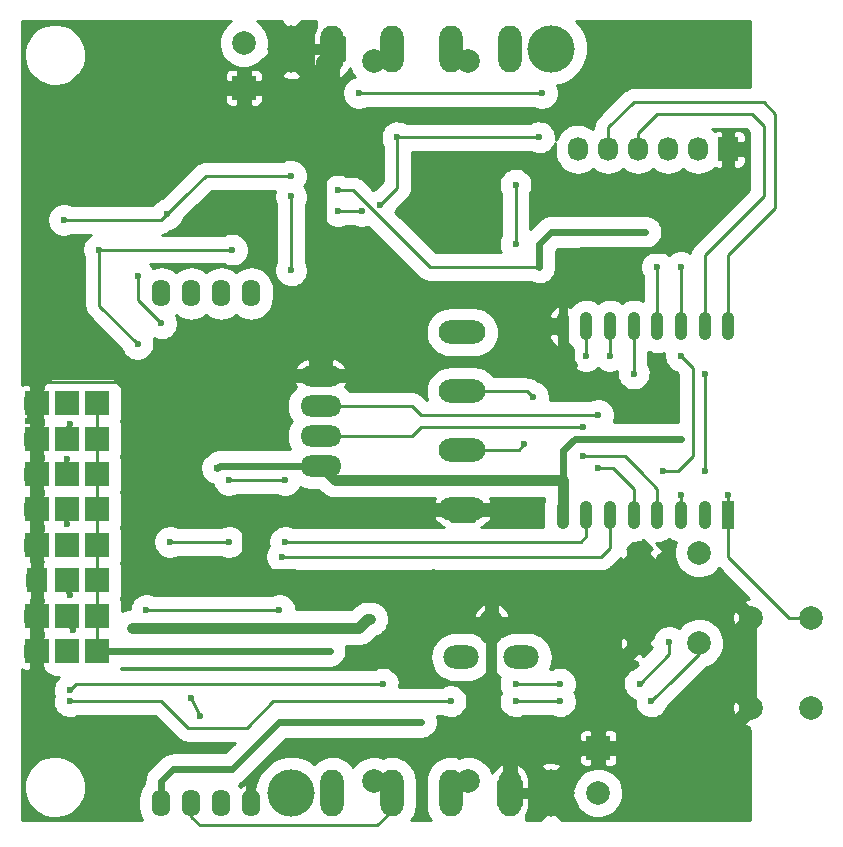
<source format=gbl>
G04 #@! TF.FileFunction,Copper,L2,Bot,Signal*
%FSLAX46Y46*%
G04 Gerber Fmt 4.6, Leading zero omitted, Abs format (unit mm)*
G04 Created by KiCad (PCBNEW 4.0.4-stable) date 03/23/17 03:26:40*
%MOMM*%
%LPD*%
G01*
G04 APERTURE LIST*
%ADD10C,0.100000*%
%ADD11O,3.962400X1.981200*%
%ADD12R,1.100000X2.400000*%
%ADD13O,1.100000X2.400000*%
%ADD14C,2.000000*%
%ADD15R,2.000000X2.000000*%
%ADD16O,1.981200X3.962400*%
%ADD17R,2.000000X2.032000*%
%ADD18R,1.727200X2.032000*%
%ADD19O,1.600000X2.300000*%
%ADD20O,1.727200X2.032000*%
%ADD21O,1.998980X2.999740*%
%ADD22O,2.999740X1.998980*%
%ADD23O,3.500120X1.800860*%
%ADD24C,4.000500*%
%ADD25C,1.998980*%
%ADD26C,0.600000*%
%ADD27C,0.900000*%
%ADD28C,0.250000*%
%ADD29C,0.600000*%
%ADD30C,0.254000*%
G04 APERTURE END LIST*
D10*
D11*
X130500000Y-134500000D03*
X130500000Y-129500000D03*
X130500000Y-119500000D03*
X130500000Y-124500000D03*
D12*
X153000000Y-135000000D03*
D13*
X151000000Y-135000000D03*
X149000000Y-135000000D03*
X147000000Y-135000000D03*
X145000000Y-135000000D03*
X143000000Y-135000000D03*
X141000000Y-135000000D03*
X139000000Y-135000000D03*
X139000000Y-119000000D03*
X141000000Y-119000000D03*
X143000000Y-119000000D03*
X145000000Y-119000000D03*
X147000000Y-119000000D03*
X149000000Y-119000000D03*
X151000000Y-119000000D03*
X153000000Y-119000000D03*
D14*
X142000000Y-158500000D03*
D15*
X142000000Y-154700000D03*
D14*
X160040000Y-143690000D03*
X154960000Y-143690000D03*
X160040000Y-151310000D03*
X154960000Y-151310000D03*
X150540000Y-138190000D03*
X145460000Y-138190000D03*
X150540000Y-145810000D03*
X145460000Y-145810000D03*
X112000000Y-95000000D03*
D15*
X112000000Y-98800000D03*
D16*
X134500000Y-158500000D03*
X129500000Y-158500000D03*
X119500000Y-158500000D03*
X124500000Y-158500000D03*
X119500000Y-95500000D03*
X124500000Y-95500000D03*
X134500000Y-95500000D03*
X129500000Y-95500000D03*
D17*
X94500000Y-125500000D03*
X97040000Y-125500000D03*
X99580000Y-125500000D03*
X94500000Y-128500000D03*
X97040000Y-128500000D03*
X99580000Y-128500000D03*
X94500000Y-131500000D03*
X97040000Y-131500000D03*
X99580000Y-131500000D03*
X94500000Y-134500000D03*
X97040000Y-134500000D03*
X99580000Y-134500000D03*
X94500000Y-137500000D03*
X97040000Y-137500000D03*
X99580000Y-137500000D03*
D18*
X94500000Y-140500000D03*
D17*
X97040000Y-140500000D03*
X99580000Y-140500000D03*
X94500000Y-143500000D03*
X97040000Y-143500000D03*
X99580000Y-143500000D03*
X94500000Y-146500000D03*
X97040000Y-146500000D03*
X99580000Y-146500000D03*
D19*
X105000000Y-116220000D03*
X107540000Y-116220000D03*
X110080000Y-116220000D03*
X112620000Y-116220000D03*
X112620000Y-159400000D03*
X110080000Y-159400000D03*
X107540000Y-159400000D03*
X105000000Y-159400000D03*
D18*
X153000000Y-104000000D03*
D20*
X150460000Y-104000000D03*
X147920000Y-104000000D03*
X145380000Y-104000000D03*
X142840000Y-104000000D03*
X140300000Y-104000000D03*
D21*
X132960000Y-144460000D03*
D22*
X135500000Y-147000000D03*
X130420000Y-147000000D03*
D23*
X118500000Y-123190000D03*
X118500000Y-125730000D03*
X118500000Y-128270000D03*
X118500000Y-130810000D03*
D24*
X138000000Y-158500000D03*
X116000000Y-158500000D03*
X116000000Y-95500000D03*
X138000000Y-95500000D03*
D25*
X131000000Y-157500000D03*
X123000000Y-157500000D03*
X123000000Y-96500000D03*
X131000000Y-96500000D03*
D26*
X122698000Y-143802000D03*
X102500000Y-144500000D03*
X128000000Y-141000000D03*
X128000000Y-140000000D03*
X93750000Y-127000000D03*
X116250000Y-140000000D03*
X139750000Y-122250000D03*
X102500000Y-137500000D03*
X103000000Y-120500000D03*
X99580000Y-125500000D03*
X109750000Y-131000000D03*
X122000000Y-109250000D03*
X120000000Y-109250000D03*
X111000000Y-112500000D03*
X99750000Y-112500000D03*
X119250000Y-146500000D03*
X109750000Y-146500000D03*
X149000000Y-128500000D03*
X99500000Y-135000000D03*
X147000000Y-114000000D03*
X149000000Y-114000000D03*
X103750000Y-143000000D03*
X115250000Y-138500000D03*
X115000000Y-143000000D03*
X149000000Y-133250000D03*
X97040000Y-125500000D03*
X97250000Y-127250000D03*
X97000000Y-130250000D03*
X97000000Y-135750000D03*
X97000000Y-137000000D03*
X97250000Y-141750000D03*
X97500000Y-144750000D03*
X97250000Y-146250000D03*
X107500000Y-150500000D03*
X108250000Y-152000000D03*
X137000000Y-103000000D03*
X123500000Y-108750000D03*
X125000000Y-103000000D03*
X137250000Y-99250000D03*
X105000000Y-118750000D03*
X121750000Y-99250000D03*
X103000000Y-114750000D03*
X105500000Y-109500000D03*
X96750000Y-110000000D03*
X116000000Y-106250000D03*
X120000000Y-107500000D03*
X127000000Y-152500000D03*
X137000000Y-114000000D03*
X146000000Y-111000000D03*
X115500000Y-132000000D03*
X110750000Y-132000000D03*
X115500000Y-137250000D03*
X110750000Y-137250000D03*
X116000000Y-114250000D03*
X116000000Y-108000000D03*
X105750000Y-137250000D03*
X153000000Y-133250000D03*
X147500000Y-131250000D03*
X145500000Y-149250000D03*
X138750000Y-149250000D03*
X97250000Y-149750000D03*
X135000000Y-149250000D03*
X123750000Y-149250000D03*
X149000000Y-121500000D03*
X148000000Y-145750000D03*
X143000000Y-121500000D03*
X146500000Y-150750000D03*
X138750000Y-150750000D03*
X97250000Y-150750000D03*
X129500000Y-150750000D03*
X135000000Y-150750000D03*
X151000000Y-131250000D03*
X151000000Y-123000000D03*
X145000000Y-123000000D03*
X141000000Y-121500000D03*
X140750000Y-127500000D03*
X140750000Y-130000000D03*
X142000000Y-126500000D03*
X142000000Y-131000000D03*
X135750000Y-129000000D03*
X136500000Y-125000000D03*
X135000000Y-112000000D03*
X135000000Y-107000000D03*
D27*
X121750000Y-144500000D02*
X102500000Y-144500000D01*
X122448000Y-143802000D02*
X121750000Y-144500000D01*
X122698000Y-143802000D02*
X122448000Y-143802000D01*
X119500000Y-95500000D02*
X116000000Y-95500000D01*
X134500000Y-158500000D02*
X138000000Y-158500000D01*
X132960000Y-144460000D02*
X132960000Y-154700000D01*
X133000000Y-155000000D02*
X133000000Y-154700000D01*
X133000000Y-154740000D02*
X133000000Y-155000000D01*
X132960000Y-154700000D02*
X133000000Y-154740000D01*
X128000000Y-142500000D02*
X128000000Y-140000000D01*
X129960000Y-144460000D02*
X128000000Y-142500000D01*
X132960000Y-144460000D02*
X129960000Y-144460000D01*
X145460000Y-145810000D02*
X145460000Y-138190000D01*
X142000000Y-154700000D02*
X151570000Y-154700000D01*
X151570000Y-154700000D02*
X154960000Y-151310000D01*
X154960000Y-151310000D02*
X154960000Y-143690000D01*
X112250000Y-140000000D02*
X112250000Y-136250000D01*
X111060000Y-123190000D02*
X118500000Y-123190000D01*
X107750000Y-126500000D02*
X111060000Y-123190000D01*
X107750000Y-131750000D02*
X107750000Y-126500000D01*
X112250000Y-136250000D02*
X107750000Y-131750000D01*
D28*
X94500000Y-125500000D02*
X93750000Y-126250000D01*
X93750000Y-126250000D02*
X93750000Y-127000000D01*
D27*
X112000000Y-98800000D02*
X112200000Y-99000000D01*
X112200000Y-99000000D02*
X118500000Y-99000000D01*
D29*
X102500000Y-137500000D02*
X102500000Y-139750000D01*
D27*
X102750000Y-140000000D02*
X112250000Y-140000000D01*
X112250000Y-140000000D02*
X116250000Y-140000000D01*
D29*
X102500000Y-139750000D02*
X102750000Y-140000000D01*
D27*
X134500000Y-158500000D02*
X134500000Y-154700000D01*
X142000000Y-154700000D02*
X133000000Y-154700000D01*
X133000000Y-154700000D02*
X115300000Y-154700000D01*
X118500000Y-123190000D02*
X118500000Y-99000000D01*
X118500000Y-99000000D02*
X118500000Y-96500000D01*
X118500000Y-96500000D02*
X119500000Y-95500000D01*
D29*
X153000000Y-104000000D02*
X153000000Y-107500000D01*
X139000000Y-114000000D02*
X139000000Y-119000000D01*
X140500000Y-112500000D02*
X139000000Y-114000000D01*
X148000000Y-112500000D02*
X140500000Y-112500000D01*
X153000000Y-107500000D02*
X148000000Y-112500000D01*
D27*
X134500000Y-154700000D02*
X131750000Y-154700000D01*
D29*
X131750000Y-154700000D02*
X115300000Y-154700000D01*
X112620000Y-157380000D02*
X112620000Y-159400000D01*
X115300000Y-154700000D02*
X112620000Y-157380000D01*
D27*
X139000000Y-120500000D02*
X139000000Y-119000000D01*
X139500000Y-121000000D02*
X139000000Y-120500000D01*
X139500000Y-122000000D02*
X139500000Y-121000000D01*
X139750000Y-122250000D02*
X139500000Y-122000000D01*
X142000000Y-154700000D02*
X134500000Y-154700000D01*
D28*
X94500000Y-125500000D02*
X94500000Y-124250000D01*
X102500000Y-125000000D02*
X102500000Y-137500000D01*
X101250000Y-123750000D02*
X102500000Y-125000000D01*
X95000000Y-123750000D02*
X101250000Y-123750000D01*
X94500000Y-124250000D02*
X95000000Y-123750000D01*
X94500000Y-143500000D02*
X94500000Y-146500000D01*
X94500000Y-140500000D02*
X94500000Y-143500000D01*
X94500000Y-137500000D02*
X94500000Y-140500000D01*
X94500000Y-134500000D02*
X94500000Y-137500000D01*
X94500000Y-131500000D02*
X94500000Y-134500000D01*
X94500000Y-128500000D02*
X94500000Y-131500000D01*
X94500000Y-125500000D02*
X94500000Y-128500000D01*
X99750000Y-116500000D02*
X99750000Y-117250000D01*
X99750000Y-117250000D02*
X103000000Y-120500000D01*
X99580000Y-128500000D02*
X99580000Y-125500000D01*
X99750000Y-116500000D02*
X99750000Y-112500000D01*
D29*
X109940000Y-130810000D02*
X118500000Y-130810000D01*
X109750000Y-131000000D02*
X109940000Y-130810000D01*
D28*
X120000000Y-109250000D02*
X122000000Y-109250000D01*
X99750000Y-112500000D02*
X111000000Y-112500000D01*
D27*
X139000000Y-135000000D02*
X139000000Y-132000000D01*
X118500000Y-130810000D02*
X119690000Y-132000000D01*
X119690000Y-132000000D02*
X139000000Y-132000000D01*
D29*
X119190000Y-131500000D02*
X118500000Y-130810000D01*
X109750000Y-146500000D02*
X119250000Y-146500000D01*
X109750000Y-146500000D02*
X99580000Y-146500000D01*
X139000000Y-132000000D02*
X139000000Y-131500000D01*
X139000000Y-131500000D02*
X139000000Y-129500000D01*
X139000000Y-129500000D02*
X140000000Y-128500000D01*
X140000000Y-128500000D02*
X149000000Y-128500000D01*
D28*
X99500000Y-135000000D02*
X99580000Y-134920000D01*
X99580000Y-134920000D02*
X99580000Y-134500000D01*
X99580000Y-131500000D02*
X99580000Y-128500000D01*
X99580000Y-134500000D02*
X99580000Y-131500000D01*
X99580000Y-137500000D02*
X99580000Y-134500000D01*
X99580000Y-140500000D02*
X99580000Y-137500000D01*
X99580000Y-143500000D02*
X99580000Y-140500000D01*
X99580000Y-146500000D02*
X99580000Y-143500000D01*
X147000000Y-119000000D02*
X147000000Y-114000000D01*
X149000000Y-119000000D02*
X149000000Y-114000000D01*
X103750000Y-143000000D02*
X115000000Y-143000000D01*
X143000000Y-137750000D02*
X143000000Y-135000000D01*
X142250000Y-138500000D02*
X143000000Y-137750000D01*
X116250000Y-138500000D02*
X142250000Y-138500000D01*
X115250000Y-138500000D02*
X116250000Y-138500000D01*
X149000000Y-135000000D02*
X149000000Y-133250000D01*
X97250000Y-127250000D02*
X97040000Y-127460000D01*
X97040000Y-127460000D02*
X97040000Y-128500000D01*
X97040000Y-130290000D02*
X97040000Y-131500000D01*
X97000000Y-130250000D02*
X97040000Y-130290000D01*
X97040000Y-135710000D02*
X97040000Y-134500000D01*
X97000000Y-135750000D02*
X97040000Y-135710000D01*
X97000000Y-137000000D02*
X97040000Y-137040000D01*
X97040000Y-137040000D02*
X97040000Y-137500000D01*
X97040000Y-141540000D02*
X97040000Y-140500000D01*
X97250000Y-141750000D02*
X97040000Y-141540000D01*
X97040000Y-143500000D02*
X97040000Y-144290000D01*
X97040000Y-144290000D02*
X97500000Y-144750000D01*
X97250000Y-146250000D02*
X97040000Y-146460000D01*
X97040000Y-146460000D02*
X97040000Y-146500000D01*
X108250000Y-152000000D02*
X107500000Y-150500000D01*
X124500000Y-158500000D02*
X124000000Y-158500000D01*
X124000000Y-158500000D02*
X123000000Y-157500000D01*
X124500000Y-158500000D02*
X124500000Y-160000000D01*
X124500000Y-160000000D02*
X123250000Y-161250000D01*
X123250000Y-161250000D02*
X108250000Y-161250000D01*
X108250000Y-161250000D02*
X107540000Y-160540000D01*
X107540000Y-160540000D02*
X107540000Y-159400000D01*
X125000000Y-107250000D02*
X125000000Y-107000000D01*
X123500000Y-108750000D02*
X125000000Y-107250000D01*
X125000000Y-107000000D02*
X125000000Y-106750000D01*
X125000000Y-106750000D02*
X125000000Y-106000000D01*
X125000000Y-106000000D02*
X125000000Y-103000000D01*
X125000000Y-103000000D02*
X137000000Y-103000000D01*
X142840000Y-104000000D02*
X142840000Y-102160000D01*
X142840000Y-102160000D02*
X145000000Y-100000000D01*
X153000000Y-113000000D02*
X153000000Y-119000000D01*
X145000000Y-100000000D02*
X156000000Y-100000000D01*
X156000000Y-100000000D02*
X157000000Y-101000000D01*
X157000000Y-101000000D02*
X157000000Y-109000000D01*
X157000000Y-109000000D02*
X153000000Y-113000000D01*
X121750000Y-99250000D02*
X137250000Y-99250000D01*
X105000000Y-118750000D02*
X103000000Y-116750000D01*
X103000000Y-116750000D02*
X103000000Y-114750000D01*
X145380000Y-104000000D02*
X145380000Y-102620000D01*
X151000000Y-113000000D02*
X151000000Y-119000000D01*
X156000000Y-108000000D02*
X151000000Y-113000000D01*
X156000000Y-102000000D02*
X156000000Y-108000000D01*
X155000000Y-101000000D02*
X156000000Y-102000000D01*
X147000000Y-101000000D02*
X155000000Y-101000000D01*
X145380000Y-102620000D02*
X147000000Y-101000000D01*
X107000000Y-108000000D02*
X105500000Y-109500000D01*
X105500000Y-109500000D02*
X105000000Y-110000000D01*
X105000000Y-110000000D02*
X96750000Y-110000000D01*
X108750000Y-106250000D02*
X107000000Y-108000000D01*
X116000000Y-106250000D02*
X108750000Y-106250000D01*
X137000000Y-114000000D02*
X127750000Y-114000000D01*
X121250000Y-107500000D02*
X120000000Y-107500000D01*
X127750000Y-114000000D02*
X121250000Y-107500000D01*
D29*
X105000000Y-159400000D02*
X105000000Y-157500000D01*
X115000000Y-152500000D02*
X127000000Y-152500000D01*
X111000000Y-156500000D02*
X115000000Y-152500000D01*
X106000000Y-156500000D02*
X111000000Y-156500000D01*
X105000000Y-157500000D02*
X106000000Y-156500000D01*
X137000000Y-114000000D02*
X137000000Y-112000000D01*
X137000000Y-112000000D02*
X138000000Y-111000000D01*
X138000000Y-111000000D02*
X146000000Y-111000000D01*
D28*
X110750000Y-132000000D02*
X115500000Y-132000000D01*
X105750000Y-137250000D02*
X110750000Y-137250000D01*
X115500000Y-137250000D02*
X122500000Y-137250000D01*
X140500000Y-137250000D02*
X122500000Y-137250000D01*
X141000000Y-136750000D02*
X140500000Y-137250000D01*
X141000000Y-135000000D02*
X141000000Y-136750000D01*
X116000000Y-108000000D02*
X116000000Y-114250000D01*
X153000000Y-135000000D02*
X153000000Y-138500000D01*
X158190000Y-143690000D02*
X160040000Y-143690000D01*
X153000000Y-138500000D02*
X158190000Y-143690000D01*
X153000000Y-135000000D02*
X153000000Y-133250000D01*
X135000000Y-149250000D02*
X138750000Y-149250000D01*
X145500000Y-149250000D02*
X148000000Y-146750000D01*
X97750000Y-149250000D02*
X99250000Y-149250000D01*
X97250000Y-149750000D02*
X97750000Y-149250000D01*
X99250000Y-149250000D02*
X100000000Y-149250000D01*
X145500000Y-149250000D02*
X148000000Y-146750000D01*
X100000000Y-149250000D02*
X123750000Y-149250000D01*
X150000000Y-122500000D02*
X149000000Y-121500000D01*
X150000000Y-130000000D02*
X150000000Y-122500000D01*
X148750000Y-131250000D02*
X150000000Y-130000000D01*
X147500000Y-131250000D02*
X148750000Y-131250000D01*
X148000000Y-146750000D02*
X148000000Y-145750000D01*
X143000000Y-119000000D02*
X143000000Y-121500000D01*
X135000000Y-150750000D02*
X138750000Y-150750000D01*
X146500000Y-150750000D02*
X150540000Y-146710000D01*
X150540000Y-146710000D02*
X150540000Y-145810000D01*
X105000000Y-150750000D02*
X107250000Y-153000000D01*
X97250000Y-150750000D02*
X105000000Y-150750000D01*
X150540000Y-146710000D02*
X148250000Y-149000000D01*
X107250000Y-153000000D02*
X112250000Y-153000000D01*
X112250000Y-153000000D02*
X114500000Y-150750000D01*
X146500000Y-150750000D02*
X148250000Y-149000000D01*
X114500000Y-150750000D02*
X129500000Y-150750000D01*
X150540000Y-146710000D02*
X150540000Y-145810000D01*
X150540000Y-146460000D02*
X150540000Y-145810000D01*
X151000000Y-131250000D02*
X151000000Y-123000000D01*
X145000000Y-123000000D02*
X145000000Y-119000000D01*
X141000000Y-119000000D02*
X141000000Y-121500000D01*
X141500000Y-130000000D02*
X140750000Y-130000000D01*
X126230000Y-128270000D02*
X127000000Y-127500000D01*
X118500000Y-128270000D02*
X126230000Y-128270000D01*
X127000000Y-127500000D02*
X140750000Y-127500000D01*
X144250000Y-130000000D02*
X145500000Y-131250000D01*
X141500000Y-130000000D02*
X144250000Y-130000000D01*
X147000000Y-132750000D02*
X147000000Y-135000000D01*
X145500000Y-131250000D02*
X147000000Y-132750000D01*
X145000000Y-135000000D02*
X145000000Y-132750000D01*
X143250000Y-131000000D02*
X142000000Y-131000000D01*
X145000000Y-132750000D02*
X143250000Y-131000000D01*
X118500000Y-125730000D02*
X126230000Y-125730000D01*
X127000000Y-126500000D02*
X142000000Y-126500000D01*
X126230000Y-125730000D02*
X127000000Y-126500000D01*
X130500000Y-129500000D02*
X135250000Y-129500000D01*
X135250000Y-129500000D02*
X135750000Y-129000000D01*
X130500000Y-124500000D02*
X136000000Y-124500000D01*
X136000000Y-124500000D02*
X136500000Y-125000000D01*
X135000000Y-112000000D02*
X135000000Y-107000000D01*
D30*
G36*
X110660765Y-93334327D02*
X110362739Y-93626175D01*
X110127077Y-93970352D01*
X109962753Y-94353747D01*
X109876028Y-94761758D01*
X109870204Y-95178844D01*
X109945503Y-95589118D01*
X110099058Y-95976952D01*
X110325018Y-96327574D01*
X110614779Y-96627630D01*
X110957301Y-96865689D01*
X111339540Y-97032685D01*
X111746936Y-97122257D01*
X112163971Y-97130993D01*
X112574760Y-97058560D01*
X112963657Y-96907717D01*
X113315848Y-96684209D01*
X113617919Y-96396551D01*
X113646006Y-96356736D01*
X113685619Y-96399991D01*
X114585610Y-95500000D01*
X114123648Y-95038038D01*
X114127092Y-94791437D01*
X114046071Y-94382255D01*
X113887117Y-93996602D01*
X113656283Y-93649169D01*
X113362361Y-93353188D01*
X113101152Y-93177000D01*
X115109420Y-93177000D01*
X115100009Y-93185619D01*
X116000000Y-94085610D01*
X116899991Y-93185619D01*
X116890580Y-93177000D01*
X118126998Y-93177000D01*
X118126998Y-93655977D01*
X118120769Y-93664206D01*
X117982381Y-93949521D01*
X117936069Y-94126998D01*
X117882400Y-94126998D01*
X117882400Y-95031990D01*
X117414390Y-95500000D01*
X117882400Y-95968010D01*
X117882400Y-96873002D01*
X117936069Y-96873002D01*
X117982381Y-97050479D01*
X118120769Y-97335794D01*
X118312160Y-97588628D01*
X118549199Y-97799266D01*
X118769904Y-97934064D01*
X119004700Y-97864922D01*
X119004700Y-96490600D01*
X118509400Y-96490600D01*
X118509400Y-96187044D01*
X118564436Y-96126949D01*
X118637472Y-95614606D01*
X118609152Y-95097858D01*
X118564436Y-94873051D01*
X118509400Y-94812956D01*
X118509400Y-94509400D01*
X119004700Y-94509400D01*
X119004700Y-94107000D01*
X119995300Y-94107000D01*
X119995300Y-94509400D01*
X120490600Y-94509400D01*
X120490600Y-96490600D01*
X119995300Y-96490600D01*
X119995300Y-97864922D01*
X120230096Y-97934064D01*
X120450801Y-97799266D01*
X120687840Y-97588628D01*
X120879231Y-97335794D01*
X120969793Y-97149081D01*
X121099514Y-97476717D01*
X121325420Y-97827256D01*
X121366962Y-97870274D01*
X121345149Y-97874435D01*
X121085677Y-97979268D01*
X120851510Y-98132503D01*
X120651565Y-98328304D01*
X120493459Y-98559211D01*
X120383215Y-98816430D01*
X120325031Y-99090164D01*
X120321124Y-99369986D01*
X120371642Y-99645238D01*
X120474661Y-99905435D01*
X120626258Y-100140667D01*
X120820658Y-100341974D01*
X121050456Y-100501687D01*
X121306899Y-100613725D01*
X121580220Y-100673818D01*
X121860008Y-100679679D01*
X122135605Y-100631084D01*
X122396516Y-100529883D01*
X122440453Y-100502000D01*
X136551172Y-100502000D01*
X136806899Y-100613725D01*
X137080220Y-100673818D01*
X137360008Y-100679679D01*
X137635605Y-100631084D01*
X137896516Y-100529883D01*
X138132800Y-100379933D01*
X138335459Y-100186943D01*
X138496773Y-99958266D01*
X138610598Y-99702611D01*
X138672598Y-99429716D01*
X138677062Y-99110075D01*
X138622705Y-98835556D01*
X138519064Y-98584104D01*
X138845049Y-98526624D01*
X139416829Y-98304845D01*
X139934643Y-97976230D01*
X140378767Y-97553296D01*
X140732284Y-97052154D01*
X140981730Y-96491890D01*
X141117602Y-95893845D01*
X141127384Y-95193357D01*
X141008263Y-94591752D01*
X140774558Y-94024741D01*
X140435171Y-93513923D01*
X140100592Y-93177000D01*
X154873000Y-93177000D01*
X154873000Y-98748000D01*
X145000000Y-98748000D01*
X144884926Y-98759283D01*
X144769693Y-98769365D01*
X144763372Y-98771202D01*
X144756819Y-98771844D01*
X144646081Y-98805278D01*
X144535047Y-98837536D01*
X144529204Y-98840565D01*
X144522900Y-98842468D01*
X144420790Y-98896761D01*
X144318111Y-98949985D01*
X144312964Y-98954094D01*
X144307154Y-98957183D01*
X144217548Y-99030264D01*
X144127149Y-99102428D01*
X144117990Y-99111460D01*
X144117798Y-99111617D01*
X144117651Y-99111795D01*
X144114702Y-99114703D01*
X141954702Y-101274702D01*
X141881297Y-101364067D01*
X141806958Y-101452661D01*
X141803786Y-101458430D01*
X141799608Y-101463517D01*
X141744949Y-101565456D01*
X141689243Y-101666785D01*
X141687253Y-101673058D01*
X141684141Y-101678862D01*
X141650331Y-101789451D01*
X141615359Y-101899695D01*
X141614625Y-101906240D01*
X141612701Y-101912533D01*
X141601014Y-102027586D01*
X141588122Y-102142519D01*
X141588032Y-102155381D01*
X141588007Y-102155629D01*
X141588029Y-102155860D01*
X141588000Y-102160000D01*
X141588000Y-102301836D01*
X141569746Y-102316513D01*
X141413129Y-102186949D01*
X141071389Y-102002170D01*
X140700266Y-101887289D01*
X140313897Y-101846680D01*
X139926999Y-101881890D01*
X139554308Y-101991579D01*
X139210021Y-102171568D01*
X138907250Y-102415002D01*
X138657529Y-102712608D01*
X138470369Y-103053050D01*
X138403443Y-103264027D01*
X138422598Y-103179716D01*
X138427062Y-102860075D01*
X138372705Y-102585556D01*
X138266063Y-102326822D01*
X138111197Y-102093730D01*
X137914005Y-101895157D01*
X137682000Y-101738668D01*
X137424017Y-101630222D01*
X137149884Y-101573950D01*
X136870041Y-101571996D01*
X136595149Y-101624435D01*
X136335677Y-101729268D01*
X136307052Y-101748000D01*
X125695835Y-101748000D01*
X125682000Y-101738668D01*
X125424017Y-101630222D01*
X125149884Y-101573950D01*
X124870041Y-101571996D01*
X124595149Y-101624435D01*
X124335677Y-101729268D01*
X124101510Y-101882503D01*
X123901565Y-102078304D01*
X123743459Y-102309211D01*
X123633215Y-102566430D01*
X123575031Y-102840164D01*
X123571124Y-103119986D01*
X123621642Y-103395238D01*
X123724661Y-103655435D01*
X123748000Y-103691650D01*
X123748000Y-106731405D01*
X123107284Y-107372120D01*
X123095149Y-107374435D01*
X122952617Y-107432021D01*
X122135298Y-106614702D01*
X122045933Y-106541297D01*
X121957339Y-106466958D01*
X121951570Y-106463786D01*
X121946483Y-106459608D01*
X121844544Y-106404949D01*
X121743215Y-106349243D01*
X121736942Y-106347253D01*
X121731138Y-106344141D01*
X121620549Y-106310331D01*
X121510305Y-106275359D01*
X121503760Y-106274625D01*
X121497467Y-106272701D01*
X121382414Y-106261014D01*
X121267481Y-106248122D01*
X121254619Y-106248032D01*
X121254371Y-106248007D01*
X121254139Y-106248029D01*
X121250000Y-106248000D01*
X120695835Y-106248000D01*
X120682000Y-106238668D01*
X120424017Y-106130222D01*
X120149884Y-106073950D01*
X119870041Y-106071996D01*
X119595149Y-106124435D01*
X119335677Y-106229268D01*
X119101510Y-106382503D01*
X118901565Y-106578304D01*
X118743459Y-106809211D01*
X118633215Y-107066430D01*
X118575031Y-107340164D01*
X118571124Y-107619986D01*
X118621642Y-107895238D01*
X118724661Y-108155435D01*
X118867824Y-108377581D01*
X118743459Y-108559211D01*
X118633215Y-108816430D01*
X118575031Y-109090164D01*
X118571124Y-109369986D01*
X118621642Y-109645238D01*
X118724661Y-109905435D01*
X118876258Y-110140667D01*
X119070658Y-110341974D01*
X119300456Y-110501687D01*
X119556899Y-110613725D01*
X119830220Y-110673818D01*
X120110008Y-110679679D01*
X120385605Y-110631084D01*
X120646516Y-110529883D01*
X120690453Y-110502000D01*
X121301172Y-110502000D01*
X121556899Y-110613725D01*
X121830220Y-110673818D01*
X122110008Y-110679679D01*
X122385605Y-110631084D01*
X122547639Y-110568235D01*
X126864702Y-114885298D01*
X126954067Y-114958703D01*
X127042661Y-115033042D01*
X127048430Y-115036214D01*
X127053517Y-115040392D01*
X127155456Y-115095051D01*
X127256785Y-115150757D01*
X127263058Y-115152747D01*
X127268862Y-115155859D01*
X127379451Y-115189669D01*
X127489695Y-115224641D01*
X127496240Y-115225375D01*
X127502533Y-115227299D01*
X127617586Y-115238986D01*
X127732519Y-115251878D01*
X127745381Y-115251968D01*
X127745629Y-115251993D01*
X127745861Y-115251971D01*
X127750000Y-115252000D01*
X136301172Y-115252000D01*
X136556899Y-115363725D01*
X136830220Y-115423818D01*
X137110008Y-115429679D01*
X137385605Y-115381084D01*
X137646516Y-115279883D01*
X137882800Y-115129933D01*
X138085459Y-114936943D01*
X138246773Y-114708266D01*
X138360598Y-114452611D01*
X138422598Y-114179716D01*
X138424541Y-114040610D01*
X138426861Y-114019924D01*
X138427000Y-114000000D01*
X138427000Y-113864514D01*
X138427062Y-113860075D01*
X138427000Y-113859762D01*
X138427000Y-112591082D01*
X138591083Y-112427000D01*
X145982120Y-112427000D01*
X146110008Y-112429679D01*
X146385605Y-112381084D01*
X146646516Y-112279883D01*
X146882800Y-112129933D01*
X147085459Y-111936943D01*
X147246773Y-111708266D01*
X147360598Y-111452611D01*
X147422598Y-111179716D01*
X147424663Y-111031866D01*
X147426965Y-111009962D01*
X147425234Y-110990945D01*
X147427062Y-110860075D01*
X147372705Y-110585556D01*
X147266063Y-110326822D01*
X147111197Y-110093730D01*
X146914005Y-109895157D01*
X146682000Y-109738668D01*
X146424017Y-109630222D01*
X146149884Y-109573950D01*
X145870041Y-109571996D01*
X145864778Y-109573000D01*
X138000000Y-109573000D01*
X137868880Y-109585856D01*
X137737502Y-109597351D01*
X137730295Y-109599445D01*
X137722828Y-109600177D01*
X137596651Y-109638272D01*
X137470058Y-109675051D01*
X137463396Y-109678504D01*
X137456213Y-109680673D01*
X137339823Y-109742558D01*
X137222800Y-109803217D01*
X137216937Y-109807897D01*
X137210310Y-109811421D01*
X137108163Y-109894731D01*
X137005146Y-109976968D01*
X136994698Y-109987271D01*
X136994487Y-109987443D01*
X136994325Y-109987638D01*
X136990959Y-109990958D01*
X136252000Y-110729918D01*
X136252000Y-107696526D01*
X136360598Y-107452611D01*
X136422598Y-107179716D01*
X136427062Y-106860075D01*
X136372705Y-106585556D01*
X136266063Y-106326822D01*
X136111197Y-106093730D01*
X135914005Y-105895157D01*
X135682000Y-105738668D01*
X135424017Y-105630222D01*
X135149884Y-105573950D01*
X134870041Y-105571996D01*
X134595149Y-105624435D01*
X134335677Y-105729268D01*
X134101510Y-105882503D01*
X133901565Y-106078304D01*
X133743459Y-106309211D01*
X133633215Y-106566430D01*
X133575031Y-106840164D01*
X133571124Y-107119986D01*
X133621642Y-107395238D01*
X133724661Y-107655435D01*
X133748000Y-107691650D01*
X133748000Y-111302579D01*
X133743459Y-111309211D01*
X133633215Y-111566430D01*
X133575031Y-111840164D01*
X133571124Y-112119986D01*
X133621642Y-112395238D01*
X133724661Y-112655435D01*
X133784315Y-112748000D01*
X128268596Y-112748000D01*
X124818272Y-109297676D01*
X124860598Y-109202611D01*
X124873126Y-109147470D01*
X125885297Y-108135298D01*
X125958678Y-108045962D01*
X126033042Y-107957339D01*
X126036214Y-107951570D01*
X126040392Y-107946483D01*
X126095051Y-107844544D01*
X126150757Y-107743215D01*
X126152747Y-107736942D01*
X126155859Y-107731138D01*
X126189669Y-107620549D01*
X126224641Y-107510305D01*
X126225375Y-107503760D01*
X126227299Y-107497467D01*
X126238981Y-107382459D01*
X126251878Y-107267481D01*
X126251968Y-107254609D01*
X126251992Y-107254371D01*
X126251971Y-107254149D01*
X126252000Y-107250000D01*
X126252000Y-104252000D01*
X136301172Y-104252000D01*
X136556899Y-104363725D01*
X136830220Y-104423818D01*
X137110008Y-104429679D01*
X137385605Y-104381084D01*
X137646516Y-104279883D01*
X137882800Y-104129933D01*
X138085459Y-103936943D01*
X138246773Y-103708266D01*
X138345921Y-103485577D01*
X138309594Y-103809438D01*
X138309400Y-103837231D01*
X138309400Y-104162769D01*
X138347311Y-104549412D01*
X138459599Y-104921328D01*
X138641987Y-105264350D01*
X138887528Y-105565414D01*
X139186871Y-105813051D01*
X139528611Y-105997830D01*
X139899734Y-106112711D01*
X140286103Y-106153320D01*
X140673001Y-106118110D01*
X141045692Y-106008421D01*
X141389979Y-105828432D01*
X141570254Y-105683487D01*
X141726871Y-105813051D01*
X142068611Y-105997830D01*
X142439734Y-106112711D01*
X142826103Y-106153320D01*
X143213001Y-106118110D01*
X143585692Y-106008421D01*
X143929979Y-105828432D01*
X144110254Y-105683487D01*
X144266871Y-105813051D01*
X144608611Y-105997830D01*
X144979734Y-106112711D01*
X145366103Y-106153320D01*
X145753001Y-106118110D01*
X146125692Y-106008421D01*
X146469979Y-105828432D01*
X146650254Y-105683487D01*
X146806871Y-105813051D01*
X147148611Y-105997830D01*
X147519734Y-106112711D01*
X147906103Y-106153320D01*
X148293001Y-106118110D01*
X148665692Y-106008421D01*
X149009979Y-105828432D01*
X149190254Y-105683487D01*
X149346871Y-105813051D01*
X149688611Y-105997830D01*
X150059734Y-106112711D01*
X150446103Y-106153320D01*
X150833001Y-106118110D01*
X151205692Y-106008421D01*
X151549979Y-105828432D01*
X151852750Y-105584998D01*
X151857625Y-105579188D01*
X151953511Y-105618905D01*
X152074646Y-105643000D01*
X152411450Y-105643000D01*
X152568200Y-105486250D01*
X152568200Y-104508000D01*
X153431800Y-104508000D01*
X153431800Y-105486250D01*
X153588550Y-105643000D01*
X153925354Y-105643000D01*
X154046489Y-105618905D01*
X154160596Y-105571640D01*
X154263289Y-105503023D01*
X154350623Y-105415689D01*
X154419240Y-105312996D01*
X154466505Y-105198889D01*
X154490600Y-105077754D01*
X154490600Y-104664750D01*
X154333850Y-104508000D01*
X153431800Y-104508000D01*
X152568200Y-104508000D01*
X152414800Y-104508000D01*
X152450406Y-104190562D01*
X152450600Y-104162769D01*
X152450600Y-103837231D01*
X152416750Y-103492000D01*
X152568200Y-103492000D01*
X152568200Y-102513750D01*
X153431800Y-102513750D01*
X153431800Y-103492000D01*
X154333850Y-103492000D01*
X154490600Y-103335250D01*
X154490600Y-102922246D01*
X154466505Y-102801111D01*
X154419240Y-102687004D01*
X154350623Y-102584311D01*
X154263289Y-102496977D01*
X154160596Y-102428360D01*
X154046489Y-102381095D01*
X153925354Y-102357000D01*
X153588550Y-102357000D01*
X153431800Y-102513750D01*
X152568200Y-102513750D01*
X152411450Y-102357000D01*
X152074646Y-102357000D01*
X151953511Y-102381095D01*
X151856424Y-102421310D01*
X151651762Y-102252000D01*
X154481404Y-102252000D01*
X154748000Y-102518595D01*
X154748000Y-107481404D01*
X150114702Y-112114702D01*
X150041297Y-112204067D01*
X149966958Y-112292661D01*
X149963786Y-112298430D01*
X149959608Y-112303517D01*
X149904949Y-112405456D01*
X149849243Y-112506785D01*
X149847253Y-112513058D01*
X149844141Y-112518862D01*
X149810331Y-112629451D01*
X149775359Y-112739695D01*
X149774625Y-112746240D01*
X149772701Y-112752533D01*
X149768203Y-112796813D01*
X149682000Y-112738668D01*
X149424017Y-112630222D01*
X149149884Y-112573950D01*
X148870041Y-112571996D01*
X148595149Y-112624435D01*
X148335677Y-112729268D01*
X148101510Y-112882503D01*
X148000078Y-112981833D01*
X147914005Y-112895157D01*
X147682000Y-112738668D01*
X147424017Y-112630222D01*
X147149884Y-112573950D01*
X146870041Y-112571996D01*
X146595149Y-112624435D01*
X146335677Y-112729268D01*
X146101510Y-112882503D01*
X145901565Y-113078304D01*
X145743459Y-113309211D01*
X145633215Y-113566430D01*
X145575031Y-113840164D01*
X145571124Y-114119986D01*
X145621642Y-114395238D01*
X145724661Y-114655435D01*
X145748000Y-114691650D01*
X145748000Y-116845838D01*
X145649864Y-116792776D01*
X145337208Y-116695993D01*
X145011708Y-116661782D01*
X144685762Y-116691445D01*
X144371785Y-116783854D01*
X144081736Y-116935487D01*
X144000782Y-117000576D01*
X143937766Y-116948445D01*
X143649864Y-116792776D01*
X143337208Y-116695993D01*
X143011708Y-116661782D01*
X142685762Y-116691445D01*
X142371785Y-116783854D01*
X142081736Y-116935487D01*
X142000782Y-117000576D01*
X141937766Y-116948445D01*
X141649864Y-116792776D01*
X141337208Y-116695993D01*
X141011708Y-116661782D01*
X140685762Y-116691445D01*
X140371785Y-116783854D01*
X140081736Y-116935487D01*
X139826665Y-117140570D01*
X139645627Y-117356323D01*
X139543476Y-117290538D01*
X139450641Y-117262686D01*
X139275000Y-117367511D01*
X139275000Y-118400000D01*
X139323000Y-118400000D01*
X139323000Y-119600000D01*
X139275000Y-119600000D01*
X139275000Y-120632489D01*
X139450641Y-120737314D01*
X139543476Y-120709462D01*
X139646883Y-120642868D01*
X139748000Y-120766850D01*
X139748000Y-120802579D01*
X139743459Y-120809211D01*
X139633215Y-121066430D01*
X139575031Y-121340164D01*
X139571124Y-121619986D01*
X139621642Y-121895238D01*
X139724661Y-122155435D01*
X139876258Y-122390667D01*
X140070658Y-122591974D01*
X140300456Y-122751687D01*
X140556899Y-122863725D01*
X140830220Y-122923818D01*
X141110008Y-122929679D01*
X141385605Y-122881084D01*
X141646516Y-122779883D01*
X141882800Y-122629933D01*
X141999758Y-122518555D01*
X142070658Y-122591974D01*
X142300456Y-122751687D01*
X142556899Y-122863725D01*
X142830220Y-122923818D01*
X143110008Y-122929679D01*
X143385605Y-122881084D01*
X143582572Y-122804685D01*
X143575031Y-122840164D01*
X143571124Y-123119986D01*
X143621642Y-123395238D01*
X143724661Y-123655435D01*
X143876258Y-123890667D01*
X144070658Y-124091974D01*
X144300456Y-124251687D01*
X144556899Y-124363725D01*
X144830220Y-124423818D01*
X145110008Y-124429679D01*
X145385605Y-124381084D01*
X145646516Y-124279883D01*
X145882800Y-124129933D01*
X146085459Y-123936943D01*
X146246773Y-123708266D01*
X146360598Y-123452611D01*
X146422598Y-123179716D01*
X146427062Y-122860075D01*
X146372705Y-122585556D01*
X146266063Y-122326822D01*
X146252000Y-122305655D01*
X146252000Y-121154162D01*
X146350136Y-121207224D01*
X146662792Y-121304007D01*
X146988292Y-121338218D01*
X147314238Y-121308555D01*
X147599602Y-121224567D01*
X147575031Y-121340164D01*
X147571124Y-121619986D01*
X147621642Y-121895238D01*
X147724661Y-122155435D01*
X147876258Y-122390667D01*
X148070658Y-122591974D01*
X148300456Y-122751687D01*
X148556899Y-122863725D01*
X148603340Y-122873936D01*
X148748000Y-123018595D01*
X148748000Y-127073000D01*
X143306997Y-127073000D01*
X143360598Y-126952611D01*
X143422598Y-126679716D01*
X143427062Y-126360075D01*
X143372705Y-126085556D01*
X143266063Y-125826822D01*
X143111197Y-125593730D01*
X142914005Y-125395157D01*
X142682000Y-125238668D01*
X142424017Y-125130222D01*
X142149884Y-125073950D01*
X141870041Y-125071996D01*
X141595149Y-125124435D01*
X141335677Y-125229268D01*
X141307052Y-125248000D01*
X137907084Y-125248000D01*
X137922598Y-125179716D01*
X137927062Y-124860075D01*
X137872705Y-124585556D01*
X137766063Y-124326822D01*
X137611197Y-124093730D01*
X137414005Y-123895157D01*
X137182000Y-123738668D01*
X136924017Y-123630222D01*
X136894826Y-123624230D01*
X136885298Y-123614702D01*
X136795933Y-123541297D01*
X136707339Y-123466958D01*
X136701570Y-123463786D01*
X136696483Y-123459608D01*
X136594544Y-123404949D01*
X136493215Y-123349243D01*
X136486942Y-123347253D01*
X136481138Y-123344141D01*
X136370549Y-123310331D01*
X136260305Y-123275359D01*
X136253760Y-123274625D01*
X136247467Y-123272701D01*
X136132414Y-123261014D01*
X136017481Y-123248122D01*
X136004619Y-123248032D01*
X136004371Y-123248007D01*
X136004139Y-123248029D01*
X136000000Y-123248000D01*
X133203215Y-123248000D01*
X133018606Y-123018393D01*
X132702013Y-122752740D01*
X132339850Y-122553639D01*
X131945913Y-122428675D01*
X131535205Y-122382606D01*
X131505639Y-122382400D01*
X129494361Y-122382400D01*
X129083050Y-122422729D01*
X128687406Y-122542181D01*
X128322499Y-122736206D01*
X128002228Y-122997413D01*
X127738791Y-123315853D01*
X127542224Y-123679397D01*
X127420012Y-124074197D01*
X127376813Y-124485216D01*
X127414270Y-124896799D01*
X127517232Y-125246637D01*
X127115298Y-124844702D01*
X127025933Y-124771297D01*
X126937339Y-124696958D01*
X126931570Y-124693786D01*
X126926483Y-124689608D01*
X126824544Y-124634949D01*
X126723215Y-124579243D01*
X126716942Y-124577253D01*
X126711138Y-124574141D01*
X126600549Y-124540331D01*
X126490305Y-124505359D01*
X126483760Y-124504625D01*
X126477467Y-124502701D01*
X126362414Y-124491014D01*
X126247481Y-124478122D01*
X126234619Y-124478032D01*
X126234371Y-124478007D01*
X126234139Y-124478029D01*
X126230000Y-124478000D01*
X120945978Y-124478000D01*
X120812094Y-124311482D01*
X120561512Y-124101218D01*
X120594377Y-124062966D01*
X120720802Y-123862999D01*
X120644261Y-123640215D01*
X119375030Y-123640215D01*
X119375030Y-123702650D01*
X119363551Y-123702570D01*
X117636449Y-123702570D01*
X117624970Y-123703696D01*
X117624970Y-123640215D01*
X116355739Y-123640215D01*
X116279198Y-123862999D01*
X116405623Y-124062966D01*
X116439536Y-124102438D01*
X116207852Y-124291395D01*
X115955633Y-124596276D01*
X115767436Y-124944339D01*
X115650429Y-125322329D01*
X115609068Y-125715846D01*
X115644930Y-126109902D01*
X115756649Y-126489489D01*
X115939968Y-126840146D01*
X116068433Y-126999924D01*
X115955633Y-127136276D01*
X115767436Y-127484339D01*
X115650429Y-127862329D01*
X115609068Y-128255846D01*
X115644930Y-128649902D01*
X115756649Y-129029489D01*
X115939968Y-129380146D01*
X115942263Y-129383000D01*
X109940000Y-129383000D01*
X109808880Y-129395856D01*
X109677502Y-129407351D01*
X109670295Y-129409445D01*
X109662828Y-129410177D01*
X109536651Y-129448272D01*
X109410058Y-129485051D01*
X109403396Y-129488504D01*
X109396213Y-129490673D01*
X109279823Y-129552558D01*
X109162800Y-129613217D01*
X109156937Y-129617897D01*
X109150310Y-129621421D01*
X109048163Y-129704731D01*
X108945146Y-129786968D01*
X108934698Y-129797271D01*
X108934487Y-129797443D01*
X108934325Y-129797638D01*
X108930959Y-129800958D01*
X108750425Y-129981493D01*
X108651565Y-130078304D01*
X108493459Y-130309211D01*
X108383215Y-130566430D01*
X108325031Y-130840164D01*
X108321124Y-131119986D01*
X108371642Y-131395238D01*
X108474661Y-131655435D01*
X108626258Y-131890667D01*
X108820658Y-132091974D01*
X109050456Y-132251687D01*
X109306899Y-132363725D01*
X109368337Y-132377233D01*
X109371642Y-132395238D01*
X109474661Y-132655435D01*
X109626258Y-132890667D01*
X109820658Y-133091974D01*
X110050456Y-133251687D01*
X110306899Y-133363725D01*
X110580220Y-133423818D01*
X110860008Y-133429679D01*
X111135605Y-133381084D01*
X111396516Y-133279883D01*
X111440453Y-133252000D01*
X114801172Y-133252000D01*
X115056899Y-133363725D01*
X115330220Y-133423818D01*
X115610008Y-133429679D01*
X115885605Y-133381084D01*
X116146516Y-133279883D01*
X116382800Y-133129933D01*
X116585459Y-132936943D01*
X116746773Y-132708266D01*
X116777105Y-132640138D01*
X116837759Y-132673483D01*
X117214923Y-132793126D01*
X117608142Y-132837232D01*
X117636449Y-132837430D01*
X118297216Y-132837430D01*
X118574893Y-133115107D01*
X118687455Y-133207567D01*
X118799047Y-133301204D01*
X118806313Y-133305198D01*
X118812722Y-133310463D01*
X118941128Y-133379313D01*
X119068754Y-133449476D01*
X119076657Y-133451983D01*
X119083966Y-133455902D01*
X119223239Y-133498482D01*
X119362123Y-133542539D01*
X119370368Y-133543464D01*
X119378294Y-133545887D01*
X119523177Y-133560604D01*
X119667982Y-133576846D01*
X119684194Y-133576959D01*
X119684495Y-133576990D01*
X119684776Y-133576963D01*
X119690000Y-133577000D01*
X128183754Y-133577000D01*
X128065936Y-133769904D01*
X128135078Y-134004700D01*
X129509400Y-134004700D01*
X129509400Y-133577000D01*
X131490600Y-133577000D01*
X131490600Y-134004700D01*
X132864922Y-134004700D01*
X132934064Y-133769904D01*
X132816246Y-133577000D01*
X137423000Y-133577000D01*
X137423000Y-133790357D01*
X137359646Y-133990073D01*
X137323163Y-134315326D01*
X137323000Y-134338741D01*
X137323000Y-135661259D01*
X137354938Y-135986990D01*
X137358262Y-135998000D01*
X132090928Y-135998000D01*
X132335794Y-135879231D01*
X132588628Y-135687840D01*
X132799266Y-135450801D01*
X132934064Y-135230096D01*
X132864922Y-134995300D01*
X131490600Y-134995300D01*
X131490600Y-135490600D01*
X129509400Y-135490600D01*
X129509400Y-134995300D01*
X128135078Y-134995300D01*
X128065936Y-135230096D01*
X128200734Y-135450801D01*
X128411372Y-135687840D01*
X128664206Y-135879231D01*
X128909072Y-135998000D01*
X116195835Y-135998000D01*
X116182000Y-135988668D01*
X115924017Y-135880222D01*
X115649884Y-135823950D01*
X115370041Y-135821996D01*
X115095149Y-135874435D01*
X114835677Y-135979268D01*
X114601510Y-136132503D01*
X114401565Y-136328304D01*
X114243459Y-136559211D01*
X114133215Y-136816430D01*
X114075031Y-137090164D01*
X114071124Y-137369986D01*
X114118279Y-137626916D01*
X113993459Y-137809211D01*
X113883215Y-138066430D01*
X113825031Y-138340164D01*
X113821124Y-138619986D01*
X113871642Y-138895238D01*
X113974661Y-139155435D01*
X114126258Y-139390667D01*
X114320658Y-139591974D01*
X114550456Y-139751687D01*
X114806899Y-139863725D01*
X115080220Y-139923818D01*
X115360008Y-139929679D01*
X115635605Y-139881084D01*
X115896516Y-139779883D01*
X115940453Y-139752000D01*
X142250000Y-139752000D01*
X142365074Y-139740717D01*
X142480307Y-139730635D01*
X142486628Y-139728799D01*
X142493181Y-139728156D01*
X142603932Y-139694718D01*
X142714952Y-139662464D01*
X142720794Y-139659436D01*
X142727100Y-139657532D01*
X142829228Y-139603229D01*
X142931889Y-139550015D01*
X142937036Y-139545906D01*
X142942846Y-139542817D01*
X142962080Y-139527130D01*
X144829977Y-139527130D01*
X144949599Y-139743157D01*
X145262412Y-139812888D01*
X145582818Y-139820252D01*
X145898504Y-139764967D01*
X145970401Y-139743157D01*
X146090023Y-139527130D01*
X145460000Y-138897107D01*
X144829977Y-139527130D01*
X142962080Y-139527130D01*
X143032477Y-139469717D01*
X143122850Y-139397572D01*
X143132013Y-139388537D01*
X143132202Y-139388383D01*
X143132347Y-139388208D01*
X143135298Y-139385298D01*
X143885298Y-138635298D01*
X143886610Y-138633701D01*
X143906843Y-138700401D01*
X144122870Y-138820023D01*
X144752893Y-138190000D01*
X144399340Y-137836447D01*
X144906196Y-137329590D01*
X144988292Y-137338218D01*
X145288046Y-137310939D01*
X145460000Y-137482893D01*
X145813554Y-137129340D01*
X146520661Y-137836447D01*
X146167107Y-138190000D01*
X146797130Y-138820023D01*
X147013157Y-138700401D01*
X147080867Y-138396653D01*
X147137966Y-138453752D01*
X147586454Y-138005264D01*
X146911318Y-137330128D01*
X146988292Y-137338218D01*
X147314238Y-137308555D01*
X147628215Y-137216146D01*
X147918264Y-137064513D01*
X147999218Y-136999424D01*
X148062234Y-137051555D01*
X148350136Y-137207224D01*
X148612216Y-137288351D01*
X148502753Y-137543747D01*
X148416028Y-137951758D01*
X148410204Y-138368844D01*
X148485503Y-138779118D01*
X148639058Y-139166952D01*
X148865018Y-139517574D01*
X149154779Y-139817630D01*
X149497301Y-140055689D01*
X149879540Y-140222685D01*
X150286936Y-140312257D01*
X150703971Y-140320993D01*
X151114760Y-140248560D01*
X151503657Y-140097717D01*
X151855848Y-139874209D01*
X152157919Y-139586551D01*
X152223288Y-139493884D01*
X154718843Y-141989439D01*
X154696248Y-142012034D01*
X154757855Y-142073641D01*
X154521496Y-142115033D01*
X154449599Y-142136843D01*
X154329977Y-142352870D01*
X154873000Y-142895893D01*
X154873000Y-144484107D01*
X154329977Y-145027130D01*
X154449599Y-145243157D01*
X154753347Y-145310867D01*
X154696248Y-145367966D01*
X154873000Y-145544718D01*
X154873000Y-149455282D01*
X154696248Y-149632034D01*
X154757854Y-149693640D01*
X154521496Y-149735033D01*
X154449599Y-149756843D01*
X154329977Y-149972870D01*
X154873000Y-150515893D01*
X154873000Y-152104107D01*
X154329977Y-152647130D01*
X154449599Y-152863157D01*
X154753347Y-152930867D01*
X154696248Y-152987966D01*
X154873000Y-153164718D01*
X154873000Y-160823000D01*
X138890580Y-160823000D01*
X138899991Y-160814381D01*
X138000000Y-159914390D01*
X137100009Y-160814381D01*
X137109420Y-160823000D01*
X135873002Y-160823000D01*
X135873002Y-160344023D01*
X135879231Y-160335794D01*
X136017619Y-160050479D01*
X136063931Y-159873002D01*
X136117600Y-159873002D01*
X136117600Y-158968010D01*
X136585610Y-158500000D01*
X139414390Y-158500000D01*
X139932464Y-159018074D01*
X139945503Y-159089118D01*
X140099058Y-159476952D01*
X140325018Y-159827574D01*
X140614779Y-160127630D01*
X140957301Y-160365689D01*
X141339540Y-160532685D01*
X141746936Y-160622257D01*
X142163971Y-160630993D01*
X142574760Y-160558560D01*
X142963657Y-160407717D01*
X143315848Y-160184209D01*
X143617919Y-159896551D01*
X143858365Y-159555698D01*
X144028025Y-159174634D01*
X144120439Y-158767874D01*
X144127092Y-158291437D01*
X144046071Y-157882255D01*
X143887117Y-157496602D01*
X143656283Y-157149169D01*
X143362361Y-156853188D01*
X143016548Y-156619934D01*
X142632014Y-156458291D01*
X142223408Y-156374416D01*
X141806292Y-156371504D01*
X141396554Y-156449666D01*
X141009801Y-156605924D01*
X140660765Y-156834327D01*
X140362739Y-157126175D01*
X140127077Y-157470352D01*
X139962753Y-157853747D01*
X139936329Y-157978061D01*
X139414390Y-158500000D01*
X136585610Y-158500000D01*
X136117600Y-158031990D01*
X136117600Y-157126998D01*
X136063931Y-157126998D01*
X136017619Y-156949521D01*
X135879231Y-156664206D01*
X135687840Y-156411372D01*
X135450801Y-156200734D01*
X135426054Y-156185619D01*
X137100009Y-156185619D01*
X138000000Y-157085610D01*
X138899991Y-156185619D01*
X138626949Y-155935564D01*
X138114606Y-155862528D01*
X137597858Y-155890848D01*
X137373051Y-155935564D01*
X137100009Y-156185619D01*
X135426054Y-156185619D01*
X135230096Y-156065936D01*
X134995300Y-156135078D01*
X134995300Y-157509400D01*
X135490600Y-157509400D01*
X135490600Y-157812956D01*
X135435564Y-157873051D01*
X135362528Y-158385394D01*
X135390848Y-158902142D01*
X135435564Y-159126949D01*
X135490600Y-159187044D01*
X135490600Y-159490600D01*
X134995300Y-159490600D01*
X134995300Y-159893000D01*
X134004700Y-159893000D01*
X134004700Y-159490600D01*
X133509400Y-159490600D01*
X133509400Y-157509400D01*
X134004700Y-157509400D01*
X134004700Y-156135078D01*
X133769904Y-156065936D01*
X133549199Y-156200734D01*
X133312160Y-156411372D01*
X133120769Y-156664206D01*
X133031502Y-156848248D01*
X132886664Y-156496843D01*
X132655885Y-156149493D01*
X132362034Y-155853583D01*
X132016304Y-155620385D01*
X131631863Y-155458781D01*
X131223354Y-155374926D01*
X130806338Y-155372015D01*
X130396699Y-155450158D01*
X130234669Y-155515623D01*
X129925803Y-155420012D01*
X129514784Y-155376813D01*
X129103201Y-155414270D01*
X128706733Y-155530956D01*
X128340480Y-155722429D01*
X128018393Y-155981394D01*
X127752740Y-156297987D01*
X127553639Y-156660150D01*
X127428675Y-157054087D01*
X127382606Y-157464795D01*
X127382400Y-157494361D01*
X127382400Y-159505639D01*
X127422729Y-159916950D01*
X127542181Y-160312594D01*
X127736206Y-160677501D01*
X127854872Y-160823000D01*
X126145740Y-160823000D01*
X126247260Y-160702013D01*
X126446361Y-160339850D01*
X126571325Y-159945913D01*
X126617394Y-159535205D01*
X126617600Y-159505639D01*
X126617600Y-157494361D01*
X126577271Y-157083050D01*
X126457819Y-156687406D01*
X126263794Y-156322499D01*
X126002587Y-156002228D01*
X125684147Y-155738791D01*
X125320603Y-155542224D01*
X124925803Y-155420012D01*
X124514784Y-155376813D01*
X124103201Y-155414270D01*
X123763686Y-155514194D01*
X123631863Y-155458781D01*
X123223354Y-155374926D01*
X122806338Y-155372015D01*
X122396699Y-155450158D01*
X122010039Y-155606379D01*
X121661086Y-155834727D01*
X121363132Y-156126505D01*
X121244843Y-156299262D01*
X121002587Y-156002228D01*
X120684147Y-155738791D01*
X120320603Y-155542224D01*
X119925803Y-155420012D01*
X119514784Y-155376813D01*
X119103201Y-155414270D01*
X118706733Y-155530956D01*
X118340480Y-155722429D01*
X118018393Y-155981394D01*
X117960672Y-156050184D01*
X117494592Y-155735809D01*
X116929227Y-155498151D01*
X116328468Y-155374833D01*
X115715198Y-155370552D01*
X115112776Y-155485470D01*
X114544147Y-155715211D01*
X114030972Y-156051023D01*
X113592796Y-156480116D01*
X113246311Y-156986146D01*
X113004712Y-157549839D01*
X112877203Y-158149722D01*
X112868640Y-158762948D01*
X112979350Y-159366158D01*
X113205115Y-159936376D01*
X113230007Y-159975000D01*
X113020000Y-159975000D01*
X113020000Y-159998000D01*
X112220000Y-159998000D01*
X112220000Y-159975000D01*
X111985828Y-159975000D01*
X112006812Y-159787922D01*
X112007000Y-159761017D01*
X112007000Y-159038983D01*
X111986019Y-158825000D01*
X112220000Y-158825000D01*
X112220000Y-157844374D01*
X112010642Y-157759646D01*
X111990336Y-157800549D01*
X111758679Y-157947398D01*
X111700912Y-158002449D01*
X111685039Y-157972597D01*
X111555120Y-157813301D01*
X111660177Y-157757442D01*
X111777200Y-157696783D01*
X111783063Y-157692103D01*
X111789690Y-157688579D01*
X111891843Y-157605264D01*
X111994855Y-157523031D01*
X112005298Y-157512733D01*
X112005513Y-157512557D01*
X112005678Y-157512357D01*
X112009041Y-157509041D01*
X114161332Y-155356750D01*
X140373000Y-155356750D01*
X140373000Y-155761754D01*
X140397095Y-155882889D01*
X140444360Y-155996996D01*
X140512977Y-156099689D01*
X140600311Y-156187023D01*
X140703004Y-156255640D01*
X140817111Y-156302905D01*
X140938246Y-156327000D01*
X141343250Y-156327000D01*
X141500000Y-156170250D01*
X141500000Y-155200000D01*
X142500000Y-155200000D01*
X142500000Y-156170250D01*
X142656750Y-156327000D01*
X143061754Y-156327000D01*
X143182889Y-156302905D01*
X143296996Y-156255640D01*
X143399689Y-156187023D01*
X143487023Y-156099689D01*
X143555640Y-155996996D01*
X143602905Y-155882889D01*
X143627000Y-155761754D01*
X143627000Y-155356750D01*
X143470250Y-155200000D01*
X142500000Y-155200000D01*
X141500000Y-155200000D01*
X140529750Y-155200000D01*
X140373000Y-155356750D01*
X114161332Y-155356750D01*
X115591083Y-153927000D01*
X126982120Y-153927000D01*
X127110008Y-153929679D01*
X127385605Y-153881084D01*
X127646516Y-153779883D01*
X127869700Y-153638246D01*
X140373000Y-153638246D01*
X140373000Y-154043250D01*
X140529750Y-154200000D01*
X141500000Y-154200000D01*
X141500000Y-153229750D01*
X142500000Y-153229750D01*
X142500000Y-154200000D01*
X143470250Y-154200000D01*
X143627000Y-154043250D01*
X143627000Y-153638246D01*
X143602905Y-153517111D01*
X143555640Y-153403004D01*
X143487023Y-153300311D01*
X143399689Y-153212977D01*
X143296996Y-153144360D01*
X143182889Y-153097095D01*
X143061754Y-153073000D01*
X142656750Y-153073000D01*
X142500000Y-153229750D01*
X141500000Y-153229750D01*
X141343250Y-153073000D01*
X140938246Y-153073000D01*
X140817111Y-153097095D01*
X140703004Y-153144360D01*
X140600311Y-153212977D01*
X140512977Y-153300311D01*
X140444360Y-153403004D01*
X140397095Y-153517111D01*
X140373000Y-153638246D01*
X127869700Y-153638246D01*
X127882800Y-153629933D01*
X128085459Y-153436943D01*
X128246773Y-153208266D01*
X128360598Y-152952611D01*
X128422598Y-152679716D01*
X128424663Y-152531866D01*
X128426965Y-152509962D01*
X128425234Y-152490945D01*
X128427062Y-152360075D01*
X128372705Y-152085556D01*
X128338266Y-152002000D01*
X128801172Y-152002000D01*
X129056899Y-152113725D01*
X129330220Y-152173818D01*
X129610008Y-152179679D01*
X129885605Y-152131084D01*
X130146516Y-152029883D01*
X130382800Y-151879933D01*
X130585459Y-151686943D01*
X130746773Y-151458266D01*
X130860598Y-151202611D01*
X130922598Y-150929716D01*
X130927062Y-150610075D01*
X130872705Y-150335556D01*
X130766063Y-150076822D01*
X130611197Y-149843730D01*
X130414005Y-149645157D01*
X130182000Y-149488668D01*
X129924017Y-149380222D01*
X129649884Y-149323950D01*
X129370041Y-149321996D01*
X129095149Y-149374435D01*
X128835677Y-149479268D01*
X128807052Y-149498000D01*
X125157084Y-149498000D01*
X125172598Y-149429716D01*
X125177062Y-149110075D01*
X125122705Y-148835556D01*
X125016063Y-148576822D01*
X124861197Y-148343730D01*
X124664005Y-148145157D01*
X124432000Y-147988668D01*
X124174017Y-147880222D01*
X123899884Y-147823950D01*
X123620041Y-147821996D01*
X123345149Y-147874435D01*
X123085677Y-147979268D01*
X123057052Y-147998000D01*
X101592562Y-147998000D01*
X101624567Y-147927000D01*
X109732120Y-147927000D01*
X109860008Y-147929679D01*
X109875201Y-147927000D01*
X119232120Y-147927000D01*
X119360008Y-147929679D01*
X119635605Y-147881084D01*
X119896516Y-147779883D01*
X120132800Y-147629933D01*
X120335459Y-147436943D01*
X120496773Y-147208266D01*
X120596108Y-146985154D01*
X127780472Y-146985154D01*
X127818086Y-147398464D01*
X127935263Y-147796597D01*
X128127539Y-148164388D01*
X128387591Y-148487827D01*
X128705513Y-148754596D01*
X129069196Y-148954532D01*
X129464788Y-149080021D01*
X129877220Y-149126283D01*
X129906910Y-149126490D01*
X130933090Y-149126490D01*
X131346127Y-149085991D01*
X131743432Y-148966038D01*
X132109872Y-148771199D01*
X132431488Y-148508895D01*
X132696030Y-148189118D01*
X132893423Y-147824048D01*
X132960021Y-147608903D01*
X133015263Y-147796597D01*
X133207539Y-148164388D01*
X133467591Y-148487827D01*
X133692991Y-148676961D01*
X133633215Y-148816430D01*
X133575031Y-149090164D01*
X133571124Y-149369986D01*
X133621642Y-149645238D01*
X133724661Y-149905435D01*
X133784827Y-149998794D01*
X133743459Y-150059211D01*
X133633215Y-150316430D01*
X133575031Y-150590164D01*
X133571124Y-150869986D01*
X133621642Y-151145238D01*
X133724661Y-151405435D01*
X133876258Y-151640667D01*
X134070658Y-151841974D01*
X134300456Y-152001687D01*
X134556899Y-152113725D01*
X134830220Y-152173818D01*
X135110008Y-152179679D01*
X135385605Y-152131084D01*
X135646516Y-152029883D01*
X135690453Y-152002000D01*
X138051172Y-152002000D01*
X138306899Y-152113725D01*
X138580220Y-152173818D01*
X138860008Y-152179679D01*
X139135605Y-152131084D01*
X139396516Y-152029883D01*
X139632800Y-151879933D01*
X139835459Y-151686943D01*
X139996773Y-151458266D01*
X140110598Y-151202611D01*
X140172598Y-150929716D01*
X140177062Y-150610075D01*
X140122705Y-150335556D01*
X140016063Y-150076822D01*
X139966143Y-150001687D01*
X139996773Y-149958266D01*
X140110598Y-149702611D01*
X140172598Y-149429716D01*
X140173432Y-149369986D01*
X144071124Y-149369986D01*
X144121642Y-149645238D01*
X144224661Y-149905435D01*
X144376258Y-150140667D01*
X144570658Y-150341974D01*
X144800456Y-150501687D01*
X145056899Y-150613725D01*
X145074648Y-150617627D01*
X145071124Y-150869986D01*
X145121642Y-151145238D01*
X145224661Y-151405435D01*
X145376258Y-151640667D01*
X145570658Y-151841974D01*
X145800456Y-152001687D01*
X146056899Y-152113725D01*
X146330220Y-152173818D01*
X146610008Y-152179679D01*
X146885605Y-152131084D01*
X147146516Y-152029883D01*
X147382800Y-151879933D01*
X147585459Y-151686943D01*
X147746773Y-151458266D01*
X147758103Y-151432818D01*
X153329748Y-151432818D01*
X153385033Y-151748504D01*
X153406843Y-151820401D01*
X153622870Y-151940023D01*
X154252893Y-151310000D01*
X153622870Y-150679977D01*
X153406843Y-150799599D01*
X153337112Y-151112412D01*
X153329748Y-151432818D01*
X147758103Y-151432818D01*
X147860598Y-151202611D01*
X147873126Y-151147470D01*
X151175656Y-147844940D01*
X151503657Y-147717717D01*
X151855848Y-147494209D01*
X152157919Y-147206551D01*
X152398365Y-146865698D01*
X152568025Y-146484634D01*
X152660439Y-146077874D01*
X152667092Y-145601437D01*
X152586071Y-145192255D01*
X152427117Y-144806602D01*
X152196283Y-144459169D01*
X151902361Y-144163188D01*
X151556548Y-143929934D01*
X151277940Y-143812818D01*
X153329748Y-143812818D01*
X153385033Y-144128504D01*
X153406843Y-144200401D01*
X153622870Y-144320023D01*
X154252893Y-143690000D01*
X153622870Y-143059977D01*
X153406843Y-143179599D01*
X153337112Y-143492412D01*
X153329748Y-143812818D01*
X151277940Y-143812818D01*
X151172014Y-143768291D01*
X150763408Y-143684416D01*
X150346292Y-143681504D01*
X149936554Y-143759666D01*
X149549801Y-143915924D01*
X149200765Y-144144327D01*
X148902739Y-144436175D01*
X148808413Y-144573935D01*
X148682000Y-144488668D01*
X148424017Y-144380222D01*
X148149884Y-144323950D01*
X147870041Y-144321996D01*
X147595149Y-144374435D01*
X147335677Y-144479268D01*
X147101510Y-144632503D01*
X146901565Y-144828304D01*
X146743459Y-145059211D01*
X146633215Y-145316430D01*
X146625802Y-145351305D01*
X146167107Y-145810000D01*
X146520661Y-146163554D01*
X145813554Y-146870661D01*
X145460000Y-146517107D01*
X144829977Y-147147130D01*
X144949599Y-147363157D01*
X145253347Y-147430867D01*
X145196248Y-147487966D01*
X145343843Y-147635561D01*
X145107284Y-147872120D01*
X145095149Y-147874435D01*
X144835677Y-147979268D01*
X144601510Y-148132503D01*
X144401565Y-148328304D01*
X144243459Y-148559211D01*
X144133215Y-148816430D01*
X144075031Y-149090164D01*
X144071124Y-149369986D01*
X140173432Y-149369986D01*
X140177062Y-149110075D01*
X140122705Y-148835556D01*
X140016063Y-148576822D01*
X139861197Y-148343730D01*
X139664005Y-148145157D01*
X139432000Y-147988668D01*
X139174017Y-147880222D01*
X138899884Y-147823950D01*
X138620041Y-147821996D01*
X138345149Y-147874435D01*
X138085677Y-147979268D01*
X138057052Y-147998000D01*
X137879367Y-147998000D01*
X137973423Y-147824048D01*
X138096147Y-147427590D01*
X138139528Y-147014846D01*
X138101914Y-146601536D01*
X137984737Y-146203403D01*
X137843279Y-145932818D01*
X143829748Y-145932818D01*
X143885033Y-146248504D01*
X143906843Y-146320401D01*
X144122870Y-146440023D01*
X144752893Y-145810000D01*
X144122870Y-145179977D01*
X143906843Y-145299599D01*
X143837112Y-145612412D01*
X143829748Y-145932818D01*
X137843279Y-145932818D01*
X137792461Y-145835612D01*
X137532409Y-145512173D01*
X137214487Y-145245404D01*
X136850804Y-145045468D01*
X136455212Y-144919979D01*
X136042780Y-144873717D01*
X136013090Y-144873510D01*
X134986910Y-144873510D01*
X134573873Y-144914009D01*
X134176568Y-145033962D01*
X133845610Y-145209935D01*
X133459745Y-145209935D01*
X133459745Y-145525878D01*
X133223970Y-145810882D01*
X133201197Y-145853000D01*
X132721551Y-145853000D01*
X132712461Y-145835612D01*
X132460255Y-145521931D01*
X132460255Y-145209935D01*
X132069969Y-145209935D01*
X131770804Y-145045468D01*
X131375212Y-144919979D01*
X130962780Y-144873717D01*
X130933090Y-144873510D01*
X129906910Y-144873510D01*
X129493873Y-144914009D01*
X129096568Y-145033962D01*
X128730128Y-145228801D01*
X128408512Y-145491105D01*
X128143970Y-145810882D01*
X127946577Y-146175952D01*
X127823853Y-146572410D01*
X127780472Y-146985154D01*
X120596108Y-146985154D01*
X120610598Y-146952611D01*
X120672598Y-146679716D01*
X120674663Y-146531866D01*
X120676965Y-146509962D01*
X120675234Y-146490945D01*
X120677062Y-146360075D01*
X120622705Y-146085556D01*
X120619178Y-146077000D01*
X121750000Y-146077000D01*
X121894992Y-146062783D01*
X122040091Y-146050089D01*
X122048055Y-146047775D01*
X122056308Y-146046966D01*
X122195763Y-146004862D01*
X122335647Y-145964222D01*
X122343009Y-145960406D01*
X122350948Y-145958009D01*
X122479544Y-145889633D01*
X122608896Y-145822584D01*
X122615379Y-145817408D01*
X122622698Y-145813517D01*
X122735565Y-145721465D01*
X122849429Y-145630568D01*
X122860968Y-145619189D01*
X122861208Y-145618993D01*
X122861392Y-145618771D01*
X122865107Y-145615107D01*
X123186149Y-145294065D01*
X123298948Y-145260009D01*
X123570698Y-145115517D01*
X123809208Y-144920993D01*
X124005392Y-144683847D01*
X124119466Y-144472870D01*
X144829977Y-144472870D01*
X145460000Y-145102893D01*
X146090023Y-144472870D01*
X145970401Y-144256843D01*
X145657588Y-144187112D01*
X145337182Y-144179748D01*
X145021496Y-144235033D01*
X144949599Y-144256843D01*
X144829977Y-144472870D01*
X124119466Y-144472870D01*
X124151778Y-144413112D01*
X124242790Y-144119100D01*
X124274962Y-143813009D01*
X124247067Y-143506500D01*
X124235696Y-143467862D01*
X131450431Y-143467862D01*
X131548838Y-143710065D01*
X132460255Y-143710065D01*
X132460255Y-142577451D01*
X133459745Y-142577451D01*
X133459745Y-143710065D01*
X134371162Y-143710065D01*
X134469569Y-143467862D01*
X134344626Y-143182809D01*
X134166472Y-142927608D01*
X133941954Y-142712067D01*
X133695724Y-142509040D01*
X133459745Y-142577451D01*
X132460255Y-142577451D01*
X132224276Y-142509040D01*
X131978046Y-142712067D01*
X131753528Y-142927608D01*
X131575374Y-143182809D01*
X131450431Y-143467862D01*
X124235696Y-143467862D01*
X124160169Y-143211245D01*
X124017577Y-142938493D01*
X123824723Y-142698631D01*
X123588953Y-142500796D01*
X123319246Y-142352524D01*
X123025877Y-142259461D01*
X122720018Y-142225154D01*
X122698000Y-142225000D01*
X122448000Y-142225000D01*
X122303008Y-142239217D01*
X122157909Y-142251911D01*
X122149945Y-142254225D01*
X122141692Y-142255034D01*
X122002237Y-142297138D01*
X121862353Y-142337778D01*
X121854991Y-142341594D01*
X121847052Y-142343991D01*
X121718456Y-142412367D01*
X121589104Y-142479416D01*
X121582621Y-142484592D01*
X121575302Y-142488483D01*
X121462435Y-142580535D01*
X121348571Y-142671432D01*
X121337032Y-142682811D01*
X121336792Y-142683007D01*
X121336608Y-142683229D01*
X121332893Y-142686893D01*
X121096786Y-142923000D01*
X116426183Y-142923000D01*
X116427062Y-142860075D01*
X116372705Y-142585556D01*
X116266063Y-142326822D01*
X116111197Y-142093730D01*
X115914005Y-141895157D01*
X115682000Y-141738668D01*
X115424017Y-141630222D01*
X115149884Y-141573950D01*
X114870041Y-141571996D01*
X114595149Y-141624435D01*
X114335677Y-141729268D01*
X114307052Y-141748000D01*
X104445835Y-141748000D01*
X104432000Y-141738668D01*
X104174017Y-141630222D01*
X103899884Y-141573950D01*
X103620041Y-141571996D01*
X103345149Y-141624435D01*
X103085677Y-141729268D01*
X102851510Y-141882503D01*
X102651565Y-142078304D01*
X102493459Y-142309211D01*
X102383215Y-142566430D01*
X102325031Y-142840164D01*
X102323633Y-142940293D01*
X102193692Y-142953034D01*
X101899052Y-143041991D01*
X101712453Y-143141207D01*
X101712453Y-142484000D01*
X101698141Y-142304529D01*
X101603874Y-142000128D01*
X101596587Y-141989070D01*
X101667618Y-141831494D01*
X101712453Y-141516000D01*
X101712453Y-139484000D01*
X101698141Y-139304529D01*
X101603874Y-139000128D01*
X101596587Y-138989070D01*
X101667618Y-138831494D01*
X101712453Y-138516000D01*
X101712453Y-137369986D01*
X104321124Y-137369986D01*
X104371642Y-137645238D01*
X104474661Y-137905435D01*
X104626258Y-138140667D01*
X104820658Y-138341974D01*
X105050456Y-138501687D01*
X105306899Y-138613725D01*
X105580220Y-138673818D01*
X105860008Y-138679679D01*
X106135605Y-138631084D01*
X106396516Y-138529883D01*
X106440453Y-138502000D01*
X110051172Y-138502000D01*
X110306899Y-138613725D01*
X110580220Y-138673818D01*
X110860008Y-138679679D01*
X111135605Y-138631084D01*
X111396516Y-138529883D01*
X111632800Y-138379933D01*
X111835459Y-138186943D01*
X111996773Y-137958266D01*
X112110598Y-137702611D01*
X112172598Y-137429716D01*
X112177062Y-137110075D01*
X112122705Y-136835556D01*
X112016063Y-136576822D01*
X111861197Y-136343730D01*
X111664005Y-136145157D01*
X111432000Y-135988668D01*
X111174017Y-135880222D01*
X110899884Y-135823950D01*
X110620041Y-135821996D01*
X110345149Y-135874435D01*
X110085677Y-135979268D01*
X110057052Y-135998000D01*
X106445835Y-135998000D01*
X106432000Y-135988668D01*
X106174017Y-135880222D01*
X105899884Y-135823950D01*
X105620041Y-135821996D01*
X105345149Y-135874435D01*
X105085677Y-135979268D01*
X104851510Y-136132503D01*
X104651565Y-136328304D01*
X104493459Y-136559211D01*
X104383215Y-136816430D01*
X104325031Y-137090164D01*
X104321124Y-137369986D01*
X101712453Y-137369986D01*
X101712453Y-136484000D01*
X101698141Y-136304529D01*
X101603874Y-136000128D01*
X101596587Y-135989070D01*
X101667618Y-135831494D01*
X101712453Y-135516000D01*
X101712453Y-133484000D01*
X101698141Y-133304529D01*
X101603874Y-133000128D01*
X101596587Y-132989070D01*
X101667618Y-132831494D01*
X101712453Y-132516000D01*
X101712453Y-130484000D01*
X101698141Y-130304529D01*
X101603874Y-130000128D01*
X101596587Y-129989070D01*
X101667618Y-129831494D01*
X101712453Y-129516000D01*
X101712453Y-127484000D01*
X101698141Y-127304529D01*
X101603874Y-127000128D01*
X101596587Y-126989070D01*
X101667618Y-126831494D01*
X101712453Y-126516000D01*
X101712453Y-124484000D01*
X101698141Y-124304529D01*
X101603874Y-124000128D01*
X101428534Y-123734040D01*
X101186006Y-123527336D01*
X100895494Y-123396382D01*
X100580000Y-123351547D01*
X98580000Y-123351547D01*
X98400529Y-123365859D01*
X98318803Y-123391168D01*
X98040000Y-123351547D01*
X96040000Y-123351547D01*
X95860529Y-123365859D01*
X95556128Y-123460126D01*
X95290040Y-123635466D01*
X95083336Y-123877994D01*
X95040313Y-123973437D01*
X95000000Y-124013750D01*
X95000000Y-124062869D01*
X94952382Y-124168506D01*
X94907547Y-124484000D01*
X94907547Y-126516000D01*
X94921859Y-126695471D01*
X95000000Y-126947799D01*
X95000000Y-126986250D01*
X95013750Y-127000000D01*
X95000000Y-127013750D01*
X95000000Y-127062869D01*
X94952382Y-127168506D01*
X94907547Y-127484000D01*
X94907547Y-129516000D01*
X94921859Y-129695471D01*
X95000000Y-129947799D01*
X95000000Y-129986250D01*
X95013750Y-130000000D01*
X95000000Y-130013750D01*
X95000000Y-130062869D01*
X94952382Y-130168506D01*
X94907547Y-130484000D01*
X94907547Y-132516000D01*
X94921859Y-132695471D01*
X95000000Y-132947799D01*
X95000000Y-132986250D01*
X95013750Y-133000000D01*
X95000000Y-133013750D01*
X95000000Y-133062869D01*
X94952382Y-133168506D01*
X94907547Y-133484000D01*
X94907547Y-135516000D01*
X94921859Y-135695471D01*
X95000000Y-135947799D01*
X95000000Y-135986250D01*
X95013750Y-136000000D01*
X95000000Y-136013750D01*
X95000000Y-136062869D01*
X94952382Y-136168506D01*
X94907547Y-136484000D01*
X94907547Y-138516000D01*
X94921859Y-138695471D01*
X94999468Y-138946082D01*
X94931800Y-139013750D01*
X94931800Y-139313337D01*
X94907547Y-139484000D01*
X94907547Y-141516000D01*
X94921859Y-141695471D01*
X94931800Y-141727572D01*
X94931800Y-141986250D01*
X95000000Y-142054450D01*
X95000000Y-142062869D01*
X94952382Y-142168506D01*
X94907547Y-142484000D01*
X94907547Y-144516000D01*
X94921859Y-144695471D01*
X95000000Y-144947799D01*
X95000000Y-144986250D01*
X95013750Y-145000000D01*
X95000000Y-145013750D01*
X95000000Y-145062869D01*
X94952382Y-145168506D01*
X94907547Y-145484000D01*
X94907547Y-147516000D01*
X94921859Y-147695471D01*
X95000000Y-147947799D01*
X95000000Y-147986250D01*
X95020964Y-148007214D01*
X95191466Y-148265960D01*
X95433994Y-148472664D01*
X95724506Y-148603618D01*
X96040000Y-148648453D01*
X96335222Y-148648453D01*
X96151565Y-148828304D01*
X95993459Y-149059211D01*
X95883215Y-149316430D01*
X95825031Y-149590164D01*
X95821124Y-149869986D01*
X95871642Y-150145238D01*
X95912432Y-150248262D01*
X95883215Y-150316430D01*
X95825031Y-150590164D01*
X95821124Y-150869986D01*
X95871642Y-151145238D01*
X95974661Y-151405435D01*
X96126258Y-151640667D01*
X96320658Y-151841974D01*
X96550456Y-152001687D01*
X96806899Y-152113725D01*
X97080220Y-152173818D01*
X97360008Y-152179679D01*
X97635605Y-152131084D01*
X97896516Y-152029883D01*
X97940453Y-152002000D01*
X104481404Y-152002000D01*
X106364703Y-153885298D01*
X106454048Y-153958687D01*
X106542661Y-154033042D01*
X106548429Y-154036213D01*
X106553518Y-154040393D01*
X106655509Y-154095080D01*
X106756785Y-154150757D01*
X106763054Y-154152746D01*
X106768862Y-154155860D01*
X106879497Y-154189684D01*
X106989695Y-154224641D01*
X106996240Y-154225375D01*
X107002533Y-154227299D01*
X107117581Y-154238986D01*
X107232519Y-154251878D01*
X107245382Y-154251968D01*
X107245630Y-154251993D01*
X107245861Y-154251971D01*
X107250000Y-154252000D01*
X111229918Y-154252000D01*
X110408918Y-155073000D01*
X106000000Y-155073000D01*
X105868880Y-155085856D01*
X105737502Y-155097351D01*
X105730295Y-155099445D01*
X105722828Y-155100177D01*
X105596651Y-155138272D01*
X105470058Y-155175051D01*
X105463396Y-155178504D01*
X105456213Y-155180673D01*
X105339823Y-155242558D01*
X105222800Y-155303217D01*
X105216937Y-155307897D01*
X105210310Y-155311421D01*
X105108163Y-155394731D01*
X105005146Y-155476968D01*
X104994698Y-155487271D01*
X104994487Y-155487443D01*
X104994325Y-155487638D01*
X104990959Y-155490958D01*
X103990959Y-156490959D01*
X103907323Y-156592778D01*
X103822563Y-156693792D01*
X103818948Y-156700367D01*
X103814185Y-156706166D01*
X103751882Y-156822360D01*
X103688394Y-156937845D01*
X103686126Y-156944995D01*
X103682579Y-156951610D01*
X103644040Y-157077665D01*
X103604183Y-157203310D01*
X103603346Y-157210769D01*
X103601153Y-157217943D01*
X103587836Y-157349048D01*
X103573139Y-157480076D01*
X103573037Y-157494747D01*
X103573009Y-157495019D01*
X103573033Y-157495273D01*
X103573000Y-157500000D01*
X103573000Y-157756043D01*
X103410006Y-157950292D01*
X103228826Y-158279857D01*
X103115110Y-158638337D01*
X103073188Y-159012078D01*
X103073000Y-159038983D01*
X103073000Y-159761017D01*
X103109699Y-160135307D01*
X103218400Y-160495340D01*
X103392620Y-160823000D01*
X93177000Y-160823000D01*
X93177000Y-158220885D01*
X93369547Y-158220885D01*
X93462547Y-158727603D01*
X93652198Y-159206606D01*
X93931276Y-159639651D01*
X94289151Y-160010241D01*
X94712191Y-160304262D01*
X95184284Y-160510514D01*
X95687448Y-160621142D01*
X96202516Y-160631931D01*
X96709871Y-160542471D01*
X97190186Y-160356169D01*
X97625168Y-160080121D01*
X97998248Y-159724842D01*
X98295215Y-159303864D01*
X98504758Y-158833222D01*
X98618896Y-158330844D01*
X98627113Y-157742409D01*
X98527047Y-157237040D01*
X98330726Y-156760731D01*
X98045629Y-156331625D01*
X97682615Y-155966068D01*
X97255510Y-155677982D01*
X96780584Y-155478341D01*
X96275925Y-155374750D01*
X95760756Y-155371153D01*
X95254700Y-155467688D01*
X94777032Y-155660679D01*
X94345947Y-155942773D01*
X93977864Y-156303226D01*
X93686804Y-156728310D01*
X93483852Y-157201831D01*
X93376740Y-157705754D01*
X93369547Y-158220885D01*
X93177000Y-158220885D01*
X93177000Y-148054265D01*
X93203004Y-148071640D01*
X93317111Y-148118905D01*
X93438246Y-148143000D01*
X93843250Y-148143000D01*
X94000000Y-147986250D01*
X94000000Y-147008000D01*
X93500000Y-147008000D01*
X93500000Y-145992000D01*
X94000000Y-145992000D01*
X94000000Y-145013750D01*
X93986250Y-145000000D01*
X94000000Y-144986250D01*
X94000000Y-144008000D01*
X93500000Y-144008000D01*
X93500000Y-142992000D01*
X94000000Y-142992000D01*
X94000000Y-142054450D01*
X94068200Y-141986250D01*
X94068200Y-141008000D01*
X93636400Y-141008000D01*
X93636400Y-139992000D01*
X94068200Y-139992000D01*
X94068200Y-139013750D01*
X94000000Y-138945550D01*
X94000000Y-138008000D01*
X93500000Y-138008000D01*
X93500000Y-136992000D01*
X94000000Y-136992000D01*
X94000000Y-136013750D01*
X93986250Y-136000000D01*
X94000000Y-135986250D01*
X94000000Y-135008000D01*
X93500000Y-135008000D01*
X93500000Y-133992000D01*
X94000000Y-133992000D01*
X94000000Y-133013750D01*
X93986250Y-133000000D01*
X94000000Y-132986250D01*
X94000000Y-132008000D01*
X93500000Y-132008000D01*
X93500000Y-130992000D01*
X94000000Y-130992000D01*
X94000000Y-130013750D01*
X93986250Y-130000000D01*
X94000000Y-129986250D01*
X94000000Y-129008000D01*
X93500000Y-129008000D01*
X93500000Y-127992000D01*
X94000000Y-127992000D01*
X94000000Y-127013750D01*
X93986250Y-127000000D01*
X94000000Y-126986250D01*
X94000000Y-126008000D01*
X93500000Y-126008000D01*
X93500000Y-124992000D01*
X94000000Y-124992000D01*
X94000000Y-124013750D01*
X93843250Y-123857000D01*
X93438246Y-123857000D01*
X93317111Y-123881095D01*
X93203004Y-123928360D01*
X93177000Y-123945735D01*
X93177000Y-122517001D01*
X116279198Y-122517001D01*
X116355739Y-122739785D01*
X117624970Y-122739785D01*
X117624970Y-121826612D01*
X119375030Y-121826612D01*
X119375030Y-122739785D01*
X120644261Y-122739785D01*
X120720802Y-122517001D01*
X120594377Y-122317034D01*
X120400152Y-122090970D01*
X120165556Y-121907141D01*
X119899605Y-121772611D01*
X119612519Y-121692551D01*
X119375030Y-121826612D01*
X117624970Y-121826612D01*
X117387481Y-121692551D01*
X117100395Y-121772611D01*
X116834444Y-121907141D01*
X116599848Y-122090970D01*
X116405623Y-122317034D01*
X116279198Y-122517001D01*
X93177000Y-122517001D01*
X93177000Y-110119986D01*
X95321124Y-110119986D01*
X95371642Y-110395238D01*
X95474661Y-110655435D01*
X95626258Y-110890667D01*
X95820658Y-111091974D01*
X96050456Y-111251687D01*
X96306899Y-111363725D01*
X96580220Y-111423818D01*
X96860008Y-111429679D01*
X97135605Y-111381084D01*
X97396516Y-111279883D01*
X97440453Y-111252000D01*
X99050939Y-111252000D01*
X98851510Y-111382503D01*
X98651565Y-111578304D01*
X98493459Y-111809211D01*
X98383215Y-112066430D01*
X98325031Y-112340164D01*
X98321124Y-112619986D01*
X98371642Y-112895238D01*
X98474661Y-113155435D01*
X98498000Y-113191650D01*
X98498000Y-117250000D01*
X98509283Y-117365074D01*
X98519365Y-117480307D01*
X98521201Y-117486628D01*
X98521844Y-117493181D01*
X98555282Y-117603932D01*
X98587536Y-117714952D01*
X98590564Y-117720794D01*
X98592468Y-117727100D01*
X98646771Y-117829228D01*
X98699985Y-117931889D01*
X98704094Y-117937036D01*
X98707183Y-117942846D01*
X98780283Y-118032477D01*
X98852428Y-118122850D01*
X98861463Y-118132013D01*
X98861617Y-118132202D01*
X98861792Y-118132347D01*
X98864702Y-118135298D01*
X101620968Y-120891564D01*
X101621642Y-120895238D01*
X101724661Y-121155435D01*
X101876258Y-121390667D01*
X102070658Y-121591974D01*
X102300456Y-121751687D01*
X102556899Y-121863725D01*
X102830220Y-121923818D01*
X103110008Y-121929679D01*
X103385605Y-121881084D01*
X103646516Y-121779883D01*
X103882800Y-121629933D01*
X104085459Y-121436943D01*
X104246773Y-121208266D01*
X104360598Y-120952611D01*
X104422598Y-120679716D01*
X104427062Y-120360075D01*
X104372705Y-120085556D01*
X104346412Y-120021765D01*
X104556899Y-120113725D01*
X104830220Y-120173818D01*
X105110008Y-120179679D01*
X105385605Y-120131084D01*
X105646516Y-120029883D01*
X105882800Y-119879933D01*
X106085459Y-119686943D01*
X106227761Y-119485216D01*
X127376813Y-119485216D01*
X127414270Y-119896799D01*
X127530956Y-120293267D01*
X127722429Y-120659520D01*
X127981394Y-120981607D01*
X128297987Y-121247260D01*
X128660150Y-121446361D01*
X129054087Y-121571325D01*
X129464795Y-121617394D01*
X129494361Y-121617600D01*
X131505639Y-121617600D01*
X131916950Y-121577271D01*
X132312594Y-121457819D01*
X132677501Y-121263794D01*
X132997772Y-121002587D01*
X133261209Y-120684147D01*
X133457776Y-120320603D01*
X133579988Y-119925803D01*
X133594605Y-119786722D01*
X137817151Y-119786722D01*
X137866552Y-120014857D01*
X137959511Y-120228971D01*
X138092455Y-120420836D01*
X138260276Y-120583078D01*
X138456524Y-120709462D01*
X138549359Y-120737314D01*
X138725000Y-120632489D01*
X138725000Y-119600000D01*
X137967076Y-119600000D01*
X137817151Y-119786722D01*
X133594605Y-119786722D01*
X133623187Y-119514784D01*
X133585730Y-119103201D01*
X133469044Y-118706733D01*
X133277571Y-118340480D01*
X133175298Y-118213278D01*
X137817151Y-118213278D01*
X137967076Y-118400000D01*
X138725000Y-118400000D01*
X138725000Y-117367511D01*
X138549359Y-117262686D01*
X138456524Y-117290538D01*
X138260276Y-117416922D01*
X138092455Y-117579164D01*
X137959511Y-117771029D01*
X137866552Y-117985143D01*
X137817151Y-118213278D01*
X133175298Y-118213278D01*
X133018606Y-118018393D01*
X132702013Y-117752740D01*
X132339850Y-117553639D01*
X131945913Y-117428675D01*
X131535205Y-117382606D01*
X131505639Y-117382400D01*
X129494361Y-117382400D01*
X129083050Y-117422729D01*
X128687406Y-117542181D01*
X128322499Y-117736206D01*
X128002228Y-117997413D01*
X127738791Y-118315853D01*
X127542224Y-118679397D01*
X127420012Y-119074197D01*
X127376813Y-119485216D01*
X106227761Y-119485216D01*
X106246773Y-119458266D01*
X106360598Y-119202611D01*
X106422598Y-118929716D01*
X106427062Y-118610075D01*
X106372705Y-118335556D01*
X106266063Y-118076822D01*
X106243139Y-118042318D01*
X106270825Y-118020058D01*
X106462435Y-118178572D01*
X106793257Y-118357447D01*
X107152523Y-118468659D01*
X107526547Y-118507970D01*
X107901084Y-118473885D01*
X108261867Y-118367700D01*
X108595154Y-118193462D01*
X108810825Y-118020058D01*
X109002435Y-118178572D01*
X109333257Y-118357447D01*
X109692523Y-118468659D01*
X110066547Y-118507970D01*
X110441084Y-118473885D01*
X110801867Y-118367700D01*
X111135154Y-118193462D01*
X111350825Y-118020058D01*
X111542435Y-118178572D01*
X111873257Y-118357447D01*
X112232523Y-118468659D01*
X112606547Y-118507970D01*
X112981084Y-118473885D01*
X113341867Y-118367700D01*
X113675154Y-118193462D01*
X113968251Y-117957806D01*
X114209994Y-117669708D01*
X114391174Y-117340143D01*
X114504890Y-116981663D01*
X114546812Y-116607922D01*
X114547000Y-116581017D01*
X114547000Y-115858983D01*
X114510301Y-115484693D01*
X114401600Y-115124660D01*
X114225039Y-114792597D01*
X113987343Y-114501153D01*
X113697565Y-114261428D01*
X113366743Y-114082553D01*
X113007477Y-113971341D01*
X112633453Y-113932030D01*
X112258916Y-113966115D01*
X111898133Y-114072300D01*
X111564846Y-114246538D01*
X111349175Y-114419942D01*
X111157565Y-114261428D01*
X110826743Y-114082553D01*
X110467477Y-113971341D01*
X110093453Y-113932030D01*
X109718916Y-113966115D01*
X109358133Y-114072300D01*
X109024846Y-114246538D01*
X108809175Y-114419942D01*
X108617565Y-114261428D01*
X108286743Y-114082553D01*
X107927477Y-113971341D01*
X107553453Y-113932030D01*
X107178916Y-113966115D01*
X106818133Y-114072300D01*
X106484846Y-114246538D01*
X106269175Y-114419942D01*
X106077565Y-114261428D01*
X105746743Y-114082553D01*
X105387477Y-113971341D01*
X105013453Y-113932030D01*
X104638916Y-113966115D01*
X104278133Y-114072300D01*
X104266669Y-114078293D01*
X104266063Y-114076822D01*
X104111197Y-113843730D01*
X104020105Y-113752000D01*
X110301172Y-113752000D01*
X110556899Y-113863725D01*
X110830220Y-113923818D01*
X111110008Y-113929679D01*
X111385605Y-113881084D01*
X111646516Y-113779883D01*
X111882800Y-113629933D01*
X112085459Y-113436943D01*
X112246773Y-113208266D01*
X112360598Y-112952611D01*
X112422598Y-112679716D01*
X112427062Y-112360075D01*
X112372705Y-112085556D01*
X112266063Y-111826822D01*
X112111197Y-111593730D01*
X111914005Y-111395157D01*
X111682000Y-111238668D01*
X111424017Y-111130222D01*
X111149884Y-111073950D01*
X110870041Y-111071996D01*
X110595149Y-111124435D01*
X110335677Y-111229268D01*
X110307052Y-111248000D01*
X105040795Y-111248000D01*
X105115074Y-111240717D01*
X105230307Y-111230635D01*
X105236628Y-111228799D01*
X105243181Y-111228156D01*
X105353932Y-111194718D01*
X105464952Y-111162464D01*
X105470794Y-111159436D01*
X105477100Y-111157532D01*
X105579228Y-111103229D01*
X105681889Y-111050015D01*
X105687036Y-111045906D01*
X105692846Y-111042817D01*
X105782477Y-110969717D01*
X105872850Y-110897572D01*
X105882013Y-110888537D01*
X105882202Y-110888383D01*
X105882347Y-110888208D01*
X105885298Y-110885298D01*
X105891988Y-110878608D01*
X106146516Y-110779883D01*
X106382800Y-110629933D01*
X106585459Y-110436943D01*
X106746773Y-110208266D01*
X106860598Y-109952611D01*
X106873126Y-109897470D01*
X107885226Y-108885369D01*
X107885298Y-108885298D01*
X109268596Y-107502000D01*
X114660830Y-107502000D01*
X114633215Y-107566430D01*
X114575031Y-107840164D01*
X114571124Y-108119986D01*
X114621642Y-108395238D01*
X114724661Y-108655435D01*
X114748000Y-108691650D01*
X114748000Y-113552579D01*
X114743459Y-113559211D01*
X114633215Y-113816430D01*
X114575031Y-114090164D01*
X114571124Y-114369986D01*
X114621642Y-114645238D01*
X114724661Y-114905435D01*
X114876258Y-115140667D01*
X115070658Y-115341974D01*
X115300456Y-115501687D01*
X115556899Y-115613725D01*
X115830220Y-115673818D01*
X116110008Y-115679679D01*
X116385605Y-115631084D01*
X116646516Y-115529883D01*
X116882800Y-115379933D01*
X117085459Y-115186943D01*
X117246773Y-114958266D01*
X117360598Y-114702611D01*
X117422598Y-114429716D01*
X117427062Y-114110075D01*
X117372705Y-113835556D01*
X117266063Y-113576822D01*
X117252000Y-113555655D01*
X117252000Y-108696526D01*
X117360598Y-108452611D01*
X117422598Y-108179716D01*
X117427062Y-107860075D01*
X117372705Y-107585556D01*
X117266063Y-107326822D01*
X117130606Y-107122943D01*
X117246773Y-106958266D01*
X117360598Y-106702611D01*
X117422598Y-106429716D01*
X117427062Y-106110075D01*
X117372705Y-105835556D01*
X117266063Y-105576822D01*
X117111197Y-105343730D01*
X116914005Y-105145157D01*
X116682000Y-104988668D01*
X116424017Y-104880222D01*
X116149884Y-104823950D01*
X115870041Y-104821996D01*
X115595149Y-104874435D01*
X115335677Y-104979268D01*
X115307052Y-104998000D01*
X108750000Y-104998000D01*
X108634922Y-105009283D01*
X108519693Y-105019365D01*
X108513372Y-105021201D01*
X108506819Y-105021844D01*
X108396068Y-105055282D01*
X108285048Y-105087536D01*
X108279206Y-105090564D01*
X108272900Y-105092468D01*
X108170791Y-105146761D01*
X108068112Y-105199984D01*
X108062963Y-105204094D01*
X108057154Y-105207183D01*
X107967559Y-105280254D01*
X107877150Y-105352427D01*
X107867986Y-105361464D01*
X107867798Y-105361617D01*
X107867654Y-105361791D01*
X107864702Y-105364702D01*
X106114702Y-107114702D01*
X106114697Y-107114708D01*
X105107284Y-108122120D01*
X105095149Y-108124435D01*
X104835677Y-108229268D01*
X104601510Y-108382503D01*
X104401565Y-108578304D01*
X104285371Y-108748000D01*
X97445835Y-108748000D01*
X97432000Y-108738668D01*
X97174017Y-108630222D01*
X96899884Y-108573950D01*
X96620041Y-108571996D01*
X96345149Y-108624435D01*
X96085677Y-108729268D01*
X95851510Y-108882503D01*
X95651565Y-109078304D01*
X95493459Y-109309211D01*
X95383215Y-109566430D01*
X95325031Y-109840164D01*
X95321124Y-110119986D01*
X93177000Y-110119986D01*
X93177000Y-99456750D01*
X110373000Y-99456750D01*
X110373000Y-99861754D01*
X110397095Y-99982889D01*
X110444360Y-100096996D01*
X110512977Y-100199689D01*
X110600311Y-100287023D01*
X110703004Y-100355640D01*
X110817111Y-100402905D01*
X110938246Y-100427000D01*
X111343250Y-100427000D01*
X111500000Y-100270250D01*
X111500000Y-99300000D01*
X112500000Y-99300000D01*
X112500000Y-100270250D01*
X112656750Y-100427000D01*
X113061754Y-100427000D01*
X113182889Y-100402905D01*
X113296996Y-100355640D01*
X113399689Y-100287023D01*
X113487023Y-100199689D01*
X113555640Y-100096996D01*
X113602905Y-99982889D01*
X113627000Y-99861754D01*
X113627000Y-99456750D01*
X113470250Y-99300000D01*
X112500000Y-99300000D01*
X111500000Y-99300000D01*
X110529750Y-99300000D01*
X110373000Y-99456750D01*
X93177000Y-99456750D01*
X93177000Y-96220885D01*
X93369547Y-96220885D01*
X93462547Y-96727603D01*
X93652198Y-97206606D01*
X93931276Y-97639651D01*
X94289151Y-98010241D01*
X94712191Y-98304262D01*
X95184284Y-98510514D01*
X95687448Y-98621142D01*
X96202516Y-98631931D01*
X96709871Y-98542471D01*
X97190186Y-98356169D01*
X97625168Y-98080121D01*
X97984172Y-97738246D01*
X110373000Y-97738246D01*
X110373000Y-98143250D01*
X110529750Y-98300000D01*
X111500000Y-98300000D01*
X111500000Y-97329750D01*
X112500000Y-97329750D01*
X112500000Y-98300000D01*
X113470250Y-98300000D01*
X113627000Y-98143250D01*
X113627000Y-97814381D01*
X115100009Y-97814381D01*
X115373051Y-98064436D01*
X115885394Y-98137472D01*
X116402142Y-98109152D01*
X116626949Y-98064436D01*
X116899991Y-97814381D01*
X116000000Y-96914390D01*
X115100009Y-97814381D01*
X113627000Y-97814381D01*
X113627000Y-97738246D01*
X113602905Y-97617111D01*
X113555640Y-97503004D01*
X113487023Y-97400311D01*
X113399689Y-97312977D01*
X113296996Y-97244360D01*
X113182889Y-97197095D01*
X113061754Y-97173000D01*
X112656750Y-97173000D01*
X112500000Y-97329750D01*
X111500000Y-97329750D01*
X111343250Y-97173000D01*
X110938246Y-97173000D01*
X110817111Y-97197095D01*
X110703004Y-97244360D01*
X110600311Y-97312977D01*
X110512977Y-97400311D01*
X110444360Y-97503004D01*
X110397095Y-97617111D01*
X110373000Y-97738246D01*
X97984172Y-97738246D01*
X97998248Y-97724842D01*
X98295215Y-97303864D01*
X98504758Y-96833222D01*
X98618896Y-96330844D01*
X98627113Y-95742409D01*
X98527047Y-95237040D01*
X98330726Y-94760731D01*
X98045629Y-94331625D01*
X97682615Y-93966068D01*
X97255510Y-93677982D01*
X96780584Y-93478341D01*
X96275925Y-93374750D01*
X95760756Y-93371153D01*
X95254700Y-93467688D01*
X94777032Y-93660679D01*
X94345947Y-93942773D01*
X93977864Y-94303226D01*
X93686804Y-94728310D01*
X93483852Y-95201831D01*
X93376740Y-95705754D01*
X93369547Y-96220885D01*
X93177000Y-96220885D01*
X93177000Y-93177000D01*
X110901186Y-93177000D01*
X110660765Y-93334327D01*
X110660765Y-93334327D01*
G37*
X110660765Y-93334327D02*
X110362739Y-93626175D01*
X110127077Y-93970352D01*
X109962753Y-94353747D01*
X109876028Y-94761758D01*
X109870204Y-95178844D01*
X109945503Y-95589118D01*
X110099058Y-95976952D01*
X110325018Y-96327574D01*
X110614779Y-96627630D01*
X110957301Y-96865689D01*
X111339540Y-97032685D01*
X111746936Y-97122257D01*
X112163971Y-97130993D01*
X112574760Y-97058560D01*
X112963657Y-96907717D01*
X113315848Y-96684209D01*
X113617919Y-96396551D01*
X113646006Y-96356736D01*
X113685619Y-96399991D01*
X114585610Y-95500000D01*
X114123648Y-95038038D01*
X114127092Y-94791437D01*
X114046071Y-94382255D01*
X113887117Y-93996602D01*
X113656283Y-93649169D01*
X113362361Y-93353188D01*
X113101152Y-93177000D01*
X115109420Y-93177000D01*
X115100009Y-93185619D01*
X116000000Y-94085610D01*
X116899991Y-93185619D01*
X116890580Y-93177000D01*
X118126998Y-93177000D01*
X118126998Y-93655977D01*
X118120769Y-93664206D01*
X117982381Y-93949521D01*
X117936069Y-94126998D01*
X117882400Y-94126998D01*
X117882400Y-95031990D01*
X117414390Y-95500000D01*
X117882400Y-95968010D01*
X117882400Y-96873002D01*
X117936069Y-96873002D01*
X117982381Y-97050479D01*
X118120769Y-97335794D01*
X118312160Y-97588628D01*
X118549199Y-97799266D01*
X118769904Y-97934064D01*
X119004700Y-97864922D01*
X119004700Y-96490600D01*
X118509400Y-96490600D01*
X118509400Y-96187044D01*
X118564436Y-96126949D01*
X118637472Y-95614606D01*
X118609152Y-95097858D01*
X118564436Y-94873051D01*
X118509400Y-94812956D01*
X118509400Y-94509400D01*
X119004700Y-94509400D01*
X119004700Y-94107000D01*
X119995300Y-94107000D01*
X119995300Y-94509400D01*
X120490600Y-94509400D01*
X120490600Y-96490600D01*
X119995300Y-96490600D01*
X119995300Y-97864922D01*
X120230096Y-97934064D01*
X120450801Y-97799266D01*
X120687840Y-97588628D01*
X120879231Y-97335794D01*
X120969793Y-97149081D01*
X121099514Y-97476717D01*
X121325420Y-97827256D01*
X121366962Y-97870274D01*
X121345149Y-97874435D01*
X121085677Y-97979268D01*
X120851510Y-98132503D01*
X120651565Y-98328304D01*
X120493459Y-98559211D01*
X120383215Y-98816430D01*
X120325031Y-99090164D01*
X120321124Y-99369986D01*
X120371642Y-99645238D01*
X120474661Y-99905435D01*
X120626258Y-100140667D01*
X120820658Y-100341974D01*
X121050456Y-100501687D01*
X121306899Y-100613725D01*
X121580220Y-100673818D01*
X121860008Y-100679679D01*
X122135605Y-100631084D01*
X122396516Y-100529883D01*
X122440453Y-100502000D01*
X136551172Y-100502000D01*
X136806899Y-100613725D01*
X137080220Y-100673818D01*
X137360008Y-100679679D01*
X137635605Y-100631084D01*
X137896516Y-100529883D01*
X138132800Y-100379933D01*
X138335459Y-100186943D01*
X138496773Y-99958266D01*
X138610598Y-99702611D01*
X138672598Y-99429716D01*
X138677062Y-99110075D01*
X138622705Y-98835556D01*
X138519064Y-98584104D01*
X138845049Y-98526624D01*
X139416829Y-98304845D01*
X139934643Y-97976230D01*
X140378767Y-97553296D01*
X140732284Y-97052154D01*
X140981730Y-96491890D01*
X141117602Y-95893845D01*
X141127384Y-95193357D01*
X141008263Y-94591752D01*
X140774558Y-94024741D01*
X140435171Y-93513923D01*
X140100592Y-93177000D01*
X154873000Y-93177000D01*
X154873000Y-98748000D01*
X145000000Y-98748000D01*
X144884926Y-98759283D01*
X144769693Y-98769365D01*
X144763372Y-98771202D01*
X144756819Y-98771844D01*
X144646081Y-98805278D01*
X144535047Y-98837536D01*
X144529204Y-98840565D01*
X144522900Y-98842468D01*
X144420790Y-98896761D01*
X144318111Y-98949985D01*
X144312964Y-98954094D01*
X144307154Y-98957183D01*
X144217548Y-99030264D01*
X144127149Y-99102428D01*
X144117990Y-99111460D01*
X144117798Y-99111617D01*
X144117651Y-99111795D01*
X144114702Y-99114703D01*
X141954702Y-101274702D01*
X141881297Y-101364067D01*
X141806958Y-101452661D01*
X141803786Y-101458430D01*
X141799608Y-101463517D01*
X141744949Y-101565456D01*
X141689243Y-101666785D01*
X141687253Y-101673058D01*
X141684141Y-101678862D01*
X141650331Y-101789451D01*
X141615359Y-101899695D01*
X141614625Y-101906240D01*
X141612701Y-101912533D01*
X141601014Y-102027586D01*
X141588122Y-102142519D01*
X141588032Y-102155381D01*
X141588007Y-102155629D01*
X141588029Y-102155860D01*
X141588000Y-102160000D01*
X141588000Y-102301836D01*
X141569746Y-102316513D01*
X141413129Y-102186949D01*
X141071389Y-102002170D01*
X140700266Y-101887289D01*
X140313897Y-101846680D01*
X139926999Y-101881890D01*
X139554308Y-101991579D01*
X139210021Y-102171568D01*
X138907250Y-102415002D01*
X138657529Y-102712608D01*
X138470369Y-103053050D01*
X138403443Y-103264027D01*
X138422598Y-103179716D01*
X138427062Y-102860075D01*
X138372705Y-102585556D01*
X138266063Y-102326822D01*
X138111197Y-102093730D01*
X137914005Y-101895157D01*
X137682000Y-101738668D01*
X137424017Y-101630222D01*
X137149884Y-101573950D01*
X136870041Y-101571996D01*
X136595149Y-101624435D01*
X136335677Y-101729268D01*
X136307052Y-101748000D01*
X125695835Y-101748000D01*
X125682000Y-101738668D01*
X125424017Y-101630222D01*
X125149884Y-101573950D01*
X124870041Y-101571996D01*
X124595149Y-101624435D01*
X124335677Y-101729268D01*
X124101510Y-101882503D01*
X123901565Y-102078304D01*
X123743459Y-102309211D01*
X123633215Y-102566430D01*
X123575031Y-102840164D01*
X123571124Y-103119986D01*
X123621642Y-103395238D01*
X123724661Y-103655435D01*
X123748000Y-103691650D01*
X123748000Y-106731405D01*
X123107284Y-107372120D01*
X123095149Y-107374435D01*
X122952617Y-107432021D01*
X122135298Y-106614702D01*
X122045933Y-106541297D01*
X121957339Y-106466958D01*
X121951570Y-106463786D01*
X121946483Y-106459608D01*
X121844544Y-106404949D01*
X121743215Y-106349243D01*
X121736942Y-106347253D01*
X121731138Y-106344141D01*
X121620549Y-106310331D01*
X121510305Y-106275359D01*
X121503760Y-106274625D01*
X121497467Y-106272701D01*
X121382414Y-106261014D01*
X121267481Y-106248122D01*
X121254619Y-106248032D01*
X121254371Y-106248007D01*
X121254139Y-106248029D01*
X121250000Y-106248000D01*
X120695835Y-106248000D01*
X120682000Y-106238668D01*
X120424017Y-106130222D01*
X120149884Y-106073950D01*
X119870041Y-106071996D01*
X119595149Y-106124435D01*
X119335677Y-106229268D01*
X119101510Y-106382503D01*
X118901565Y-106578304D01*
X118743459Y-106809211D01*
X118633215Y-107066430D01*
X118575031Y-107340164D01*
X118571124Y-107619986D01*
X118621642Y-107895238D01*
X118724661Y-108155435D01*
X118867824Y-108377581D01*
X118743459Y-108559211D01*
X118633215Y-108816430D01*
X118575031Y-109090164D01*
X118571124Y-109369986D01*
X118621642Y-109645238D01*
X118724661Y-109905435D01*
X118876258Y-110140667D01*
X119070658Y-110341974D01*
X119300456Y-110501687D01*
X119556899Y-110613725D01*
X119830220Y-110673818D01*
X120110008Y-110679679D01*
X120385605Y-110631084D01*
X120646516Y-110529883D01*
X120690453Y-110502000D01*
X121301172Y-110502000D01*
X121556899Y-110613725D01*
X121830220Y-110673818D01*
X122110008Y-110679679D01*
X122385605Y-110631084D01*
X122547639Y-110568235D01*
X126864702Y-114885298D01*
X126954067Y-114958703D01*
X127042661Y-115033042D01*
X127048430Y-115036214D01*
X127053517Y-115040392D01*
X127155456Y-115095051D01*
X127256785Y-115150757D01*
X127263058Y-115152747D01*
X127268862Y-115155859D01*
X127379451Y-115189669D01*
X127489695Y-115224641D01*
X127496240Y-115225375D01*
X127502533Y-115227299D01*
X127617586Y-115238986D01*
X127732519Y-115251878D01*
X127745381Y-115251968D01*
X127745629Y-115251993D01*
X127745861Y-115251971D01*
X127750000Y-115252000D01*
X136301172Y-115252000D01*
X136556899Y-115363725D01*
X136830220Y-115423818D01*
X137110008Y-115429679D01*
X137385605Y-115381084D01*
X137646516Y-115279883D01*
X137882800Y-115129933D01*
X138085459Y-114936943D01*
X138246773Y-114708266D01*
X138360598Y-114452611D01*
X138422598Y-114179716D01*
X138424541Y-114040610D01*
X138426861Y-114019924D01*
X138427000Y-114000000D01*
X138427000Y-113864514D01*
X138427062Y-113860075D01*
X138427000Y-113859762D01*
X138427000Y-112591082D01*
X138591083Y-112427000D01*
X145982120Y-112427000D01*
X146110008Y-112429679D01*
X146385605Y-112381084D01*
X146646516Y-112279883D01*
X146882800Y-112129933D01*
X147085459Y-111936943D01*
X147246773Y-111708266D01*
X147360598Y-111452611D01*
X147422598Y-111179716D01*
X147424663Y-111031866D01*
X147426965Y-111009962D01*
X147425234Y-110990945D01*
X147427062Y-110860075D01*
X147372705Y-110585556D01*
X147266063Y-110326822D01*
X147111197Y-110093730D01*
X146914005Y-109895157D01*
X146682000Y-109738668D01*
X146424017Y-109630222D01*
X146149884Y-109573950D01*
X145870041Y-109571996D01*
X145864778Y-109573000D01*
X138000000Y-109573000D01*
X137868880Y-109585856D01*
X137737502Y-109597351D01*
X137730295Y-109599445D01*
X137722828Y-109600177D01*
X137596651Y-109638272D01*
X137470058Y-109675051D01*
X137463396Y-109678504D01*
X137456213Y-109680673D01*
X137339823Y-109742558D01*
X137222800Y-109803217D01*
X137216937Y-109807897D01*
X137210310Y-109811421D01*
X137108163Y-109894731D01*
X137005146Y-109976968D01*
X136994698Y-109987271D01*
X136994487Y-109987443D01*
X136994325Y-109987638D01*
X136990959Y-109990958D01*
X136252000Y-110729918D01*
X136252000Y-107696526D01*
X136360598Y-107452611D01*
X136422598Y-107179716D01*
X136427062Y-106860075D01*
X136372705Y-106585556D01*
X136266063Y-106326822D01*
X136111197Y-106093730D01*
X135914005Y-105895157D01*
X135682000Y-105738668D01*
X135424017Y-105630222D01*
X135149884Y-105573950D01*
X134870041Y-105571996D01*
X134595149Y-105624435D01*
X134335677Y-105729268D01*
X134101510Y-105882503D01*
X133901565Y-106078304D01*
X133743459Y-106309211D01*
X133633215Y-106566430D01*
X133575031Y-106840164D01*
X133571124Y-107119986D01*
X133621642Y-107395238D01*
X133724661Y-107655435D01*
X133748000Y-107691650D01*
X133748000Y-111302579D01*
X133743459Y-111309211D01*
X133633215Y-111566430D01*
X133575031Y-111840164D01*
X133571124Y-112119986D01*
X133621642Y-112395238D01*
X133724661Y-112655435D01*
X133784315Y-112748000D01*
X128268596Y-112748000D01*
X124818272Y-109297676D01*
X124860598Y-109202611D01*
X124873126Y-109147470D01*
X125885297Y-108135298D01*
X125958678Y-108045962D01*
X126033042Y-107957339D01*
X126036214Y-107951570D01*
X126040392Y-107946483D01*
X126095051Y-107844544D01*
X126150757Y-107743215D01*
X126152747Y-107736942D01*
X126155859Y-107731138D01*
X126189669Y-107620549D01*
X126224641Y-107510305D01*
X126225375Y-107503760D01*
X126227299Y-107497467D01*
X126238981Y-107382459D01*
X126251878Y-107267481D01*
X126251968Y-107254609D01*
X126251992Y-107254371D01*
X126251971Y-107254149D01*
X126252000Y-107250000D01*
X126252000Y-104252000D01*
X136301172Y-104252000D01*
X136556899Y-104363725D01*
X136830220Y-104423818D01*
X137110008Y-104429679D01*
X137385605Y-104381084D01*
X137646516Y-104279883D01*
X137882800Y-104129933D01*
X138085459Y-103936943D01*
X138246773Y-103708266D01*
X138345921Y-103485577D01*
X138309594Y-103809438D01*
X138309400Y-103837231D01*
X138309400Y-104162769D01*
X138347311Y-104549412D01*
X138459599Y-104921328D01*
X138641987Y-105264350D01*
X138887528Y-105565414D01*
X139186871Y-105813051D01*
X139528611Y-105997830D01*
X139899734Y-106112711D01*
X140286103Y-106153320D01*
X140673001Y-106118110D01*
X141045692Y-106008421D01*
X141389979Y-105828432D01*
X141570254Y-105683487D01*
X141726871Y-105813051D01*
X142068611Y-105997830D01*
X142439734Y-106112711D01*
X142826103Y-106153320D01*
X143213001Y-106118110D01*
X143585692Y-106008421D01*
X143929979Y-105828432D01*
X144110254Y-105683487D01*
X144266871Y-105813051D01*
X144608611Y-105997830D01*
X144979734Y-106112711D01*
X145366103Y-106153320D01*
X145753001Y-106118110D01*
X146125692Y-106008421D01*
X146469979Y-105828432D01*
X146650254Y-105683487D01*
X146806871Y-105813051D01*
X147148611Y-105997830D01*
X147519734Y-106112711D01*
X147906103Y-106153320D01*
X148293001Y-106118110D01*
X148665692Y-106008421D01*
X149009979Y-105828432D01*
X149190254Y-105683487D01*
X149346871Y-105813051D01*
X149688611Y-105997830D01*
X150059734Y-106112711D01*
X150446103Y-106153320D01*
X150833001Y-106118110D01*
X151205692Y-106008421D01*
X151549979Y-105828432D01*
X151852750Y-105584998D01*
X151857625Y-105579188D01*
X151953511Y-105618905D01*
X152074646Y-105643000D01*
X152411450Y-105643000D01*
X152568200Y-105486250D01*
X152568200Y-104508000D01*
X153431800Y-104508000D01*
X153431800Y-105486250D01*
X153588550Y-105643000D01*
X153925354Y-105643000D01*
X154046489Y-105618905D01*
X154160596Y-105571640D01*
X154263289Y-105503023D01*
X154350623Y-105415689D01*
X154419240Y-105312996D01*
X154466505Y-105198889D01*
X154490600Y-105077754D01*
X154490600Y-104664750D01*
X154333850Y-104508000D01*
X153431800Y-104508000D01*
X152568200Y-104508000D01*
X152414800Y-104508000D01*
X152450406Y-104190562D01*
X152450600Y-104162769D01*
X152450600Y-103837231D01*
X152416750Y-103492000D01*
X152568200Y-103492000D01*
X152568200Y-102513750D01*
X153431800Y-102513750D01*
X153431800Y-103492000D01*
X154333850Y-103492000D01*
X154490600Y-103335250D01*
X154490600Y-102922246D01*
X154466505Y-102801111D01*
X154419240Y-102687004D01*
X154350623Y-102584311D01*
X154263289Y-102496977D01*
X154160596Y-102428360D01*
X154046489Y-102381095D01*
X153925354Y-102357000D01*
X153588550Y-102357000D01*
X153431800Y-102513750D01*
X152568200Y-102513750D01*
X152411450Y-102357000D01*
X152074646Y-102357000D01*
X151953511Y-102381095D01*
X151856424Y-102421310D01*
X151651762Y-102252000D01*
X154481404Y-102252000D01*
X154748000Y-102518595D01*
X154748000Y-107481404D01*
X150114702Y-112114702D01*
X150041297Y-112204067D01*
X149966958Y-112292661D01*
X149963786Y-112298430D01*
X149959608Y-112303517D01*
X149904949Y-112405456D01*
X149849243Y-112506785D01*
X149847253Y-112513058D01*
X149844141Y-112518862D01*
X149810331Y-112629451D01*
X149775359Y-112739695D01*
X149774625Y-112746240D01*
X149772701Y-112752533D01*
X149768203Y-112796813D01*
X149682000Y-112738668D01*
X149424017Y-112630222D01*
X149149884Y-112573950D01*
X148870041Y-112571996D01*
X148595149Y-112624435D01*
X148335677Y-112729268D01*
X148101510Y-112882503D01*
X148000078Y-112981833D01*
X147914005Y-112895157D01*
X147682000Y-112738668D01*
X147424017Y-112630222D01*
X147149884Y-112573950D01*
X146870041Y-112571996D01*
X146595149Y-112624435D01*
X146335677Y-112729268D01*
X146101510Y-112882503D01*
X145901565Y-113078304D01*
X145743459Y-113309211D01*
X145633215Y-113566430D01*
X145575031Y-113840164D01*
X145571124Y-114119986D01*
X145621642Y-114395238D01*
X145724661Y-114655435D01*
X145748000Y-114691650D01*
X145748000Y-116845838D01*
X145649864Y-116792776D01*
X145337208Y-116695993D01*
X145011708Y-116661782D01*
X144685762Y-116691445D01*
X144371785Y-116783854D01*
X144081736Y-116935487D01*
X144000782Y-117000576D01*
X143937766Y-116948445D01*
X143649864Y-116792776D01*
X143337208Y-116695993D01*
X143011708Y-116661782D01*
X142685762Y-116691445D01*
X142371785Y-116783854D01*
X142081736Y-116935487D01*
X142000782Y-117000576D01*
X141937766Y-116948445D01*
X141649864Y-116792776D01*
X141337208Y-116695993D01*
X141011708Y-116661782D01*
X140685762Y-116691445D01*
X140371785Y-116783854D01*
X140081736Y-116935487D01*
X139826665Y-117140570D01*
X139645627Y-117356323D01*
X139543476Y-117290538D01*
X139450641Y-117262686D01*
X139275000Y-117367511D01*
X139275000Y-118400000D01*
X139323000Y-118400000D01*
X139323000Y-119600000D01*
X139275000Y-119600000D01*
X139275000Y-120632489D01*
X139450641Y-120737314D01*
X139543476Y-120709462D01*
X139646883Y-120642868D01*
X139748000Y-120766850D01*
X139748000Y-120802579D01*
X139743459Y-120809211D01*
X139633215Y-121066430D01*
X139575031Y-121340164D01*
X139571124Y-121619986D01*
X139621642Y-121895238D01*
X139724661Y-122155435D01*
X139876258Y-122390667D01*
X140070658Y-122591974D01*
X140300456Y-122751687D01*
X140556899Y-122863725D01*
X140830220Y-122923818D01*
X141110008Y-122929679D01*
X141385605Y-122881084D01*
X141646516Y-122779883D01*
X141882800Y-122629933D01*
X141999758Y-122518555D01*
X142070658Y-122591974D01*
X142300456Y-122751687D01*
X142556899Y-122863725D01*
X142830220Y-122923818D01*
X143110008Y-122929679D01*
X143385605Y-122881084D01*
X143582572Y-122804685D01*
X143575031Y-122840164D01*
X143571124Y-123119986D01*
X143621642Y-123395238D01*
X143724661Y-123655435D01*
X143876258Y-123890667D01*
X144070658Y-124091974D01*
X144300456Y-124251687D01*
X144556899Y-124363725D01*
X144830220Y-124423818D01*
X145110008Y-124429679D01*
X145385605Y-124381084D01*
X145646516Y-124279883D01*
X145882800Y-124129933D01*
X146085459Y-123936943D01*
X146246773Y-123708266D01*
X146360598Y-123452611D01*
X146422598Y-123179716D01*
X146427062Y-122860075D01*
X146372705Y-122585556D01*
X146266063Y-122326822D01*
X146252000Y-122305655D01*
X146252000Y-121154162D01*
X146350136Y-121207224D01*
X146662792Y-121304007D01*
X146988292Y-121338218D01*
X147314238Y-121308555D01*
X147599602Y-121224567D01*
X147575031Y-121340164D01*
X147571124Y-121619986D01*
X147621642Y-121895238D01*
X147724661Y-122155435D01*
X147876258Y-122390667D01*
X148070658Y-122591974D01*
X148300456Y-122751687D01*
X148556899Y-122863725D01*
X148603340Y-122873936D01*
X148748000Y-123018595D01*
X148748000Y-127073000D01*
X143306997Y-127073000D01*
X143360598Y-126952611D01*
X143422598Y-126679716D01*
X143427062Y-126360075D01*
X143372705Y-126085556D01*
X143266063Y-125826822D01*
X143111197Y-125593730D01*
X142914005Y-125395157D01*
X142682000Y-125238668D01*
X142424017Y-125130222D01*
X142149884Y-125073950D01*
X141870041Y-125071996D01*
X141595149Y-125124435D01*
X141335677Y-125229268D01*
X141307052Y-125248000D01*
X137907084Y-125248000D01*
X137922598Y-125179716D01*
X137927062Y-124860075D01*
X137872705Y-124585556D01*
X137766063Y-124326822D01*
X137611197Y-124093730D01*
X137414005Y-123895157D01*
X137182000Y-123738668D01*
X136924017Y-123630222D01*
X136894826Y-123624230D01*
X136885298Y-123614702D01*
X136795933Y-123541297D01*
X136707339Y-123466958D01*
X136701570Y-123463786D01*
X136696483Y-123459608D01*
X136594544Y-123404949D01*
X136493215Y-123349243D01*
X136486942Y-123347253D01*
X136481138Y-123344141D01*
X136370549Y-123310331D01*
X136260305Y-123275359D01*
X136253760Y-123274625D01*
X136247467Y-123272701D01*
X136132414Y-123261014D01*
X136017481Y-123248122D01*
X136004619Y-123248032D01*
X136004371Y-123248007D01*
X136004139Y-123248029D01*
X136000000Y-123248000D01*
X133203215Y-123248000D01*
X133018606Y-123018393D01*
X132702013Y-122752740D01*
X132339850Y-122553639D01*
X131945913Y-122428675D01*
X131535205Y-122382606D01*
X131505639Y-122382400D01*
X129494361Y-122382400D01*
X129083050Y-122422729D01*
X128687406Y-122542181D01*
X128322499Y-122736206D01*
X128002228Y-122997413D01*
X127738791Y-123315853D01*
X127542224Y-123679397D01*
X127420012Y-124074197D01*
X127376813Y-124485216D01*
X127414270Y-124896799D01*
X127517232Y-125246637D01*
X127115298Y-124844702D01*
X127025933Y-124771297D01*
X126937339Y-124696958D01*
X126931570Y-124693786D01*
X126926483Y-124689608D01*
X126824544Y-124634949D01*
X126723215Y-124579243D01*
X126716942Y-124577253D01*
X126711138Y-124574141D01*
X126600549Y-124540331D01*
X126490305Y-124505359D01*
X126483760Y-124504625D01*
X126477467Y-124502701D01*
X126362414Y-124491014D01*
X126247481Y-124478122D01*
X126234619Y-124478032D01*
X126234371Y-124478007D01*
X126234139Y-124478029D01*
X126230000Y-124478000D01*
X120945978Y-124478000D01*
X120812094Y-124311482D01*
X120561512Y-124101218D01*
X120594377Y-124062966D01*
X120720802Y-123862999D01*
X120644261Y-123640215D01*
X119375030Y-123640215D01*
X119375030Y-123702650D01*
X119363551Y-123702570D01*
X117636449Y-123702570D01*
X117624970Y-123703696D01*
X117624970Y-123640215D01*
X116355739Y-123640215D01*
X116279198Y-123862999D01*
X116405623Y-124062966D01*
X116439536Y-124102438D01*
X116207852Y-124291395D01*
X115955633Y-124596276D01*
X115767436Y-124944339D01*
X115650429Y-125322329D01*
X115609068Y-125715846D01*
X115644930Y-126109902D01*
X115756649Y-126489489D01*
X115939968Y-126840146D01*
X116068433Y-126999924D01*
X115955633Y-127136276D01*
X115767436Y-127484339D01*
X115650429Y-127862329D01*
X115609068Y-128255846D01*
X115644930Y-128649902D01*
X115756649Y-129029489D01*
X115939968Y-129380146D01*
X115942263Y-129383000D01*
X109940000Y-129383000D01*
X109808880Y-129395856D01*
X109677502Y-129407351D01*
X109670295Y-129409445D01*
X109662828Y-129410177D01*
X109536651Y-129448272D01*
X109410058Y-129485051D01*
X109403396Y-129488504D01*
X109396213Y-129490673D01*
X109279823Y-129552558D01*
X109162800Y-129613217D01*
X109156937Y-129617897D01*
X109150310Y-129621421D01*
X109048163Y-129704731D01*
X108945146Y-129786968D01*
X108934698Y-129797271D01*
X108934487Y-129797443D01*
X108934325Y-129797638D01*
X108930959Y-129800958D01*
X108750425Y-129981493D01*
X108651565Y-130078304D01*
X108493459Y-130309211D01*
X108383215Y-130566430D01*
X108325031Y-130840164D01*
X108321124Y-131119986D01*
X108371642Y-131395238D01*
X108474661Y-131655435D01*
X108626258Y-131890667D01*
X108820658Y-132091974D01*
X109050456Y-132251687D01*
X109306899Y-132363725D01*
X109368337Y-132377233D01*
X109371642Y-132395238D01*
X109474661Y-132655435D01*
X109626258Y-132890667D01*
X109820658Y-133091974D01*
X110050456Y-133251687D01*
X110306899Y-133363725D01*
X110580220Y-133423818D01*
X110860008Y-133429679D01*
X111135605Y-133381084D01*
X111396516Y-133279883D01*
X111440453Y-133252000D01*
X114801172Y-133252000D01*
X115056899Y-133363725D01*
X115330220Y-133423818D01*
X115610008Y-133429679D01*
X115885605Y-133381084D01*
X116146516Y-133279883D01*
X116382800Y-133129933D01*
X116585459Y-132936943D01*
X116746773Y-132708266D01*
X116777105Y-132640138D01*
X116837759Y-132673483D01*
X117214923Y-132793126D01*
X117608142Y-132837232D01*
X117636449Y-132837430D01*
X118297216Y-132837430D01*
X118574893Y-133115107D01*
X118687455Y-133207567D01*
X118799047Y-133301204D01*
X118806313Y-133305198D01*
X118812722Y-133310463D01*
X118941128Y-133379313D01*
X119068754Y-133449476D01*
X119076657Y-133451983D01*
X119083966Y-133455902D01*
X119223239Y-133498482D01*
X119362123Y-133542539D01*
X119370368Y-133543464D01*
X119378294Y-133545887D01*
X119523177Y-133560604D01*
X119667982Y-133576846D01*
X119684194Y-133576959D01*
X119684495Y-133576990D01*
X119684776Y-133576963D01*
X119690000Y-133577000D01*
X128183754Y-133577000D01*
X128065936Y-133769904D01*
X128135078Y-134004700D01*
X129509400Y-134004700D01*
X129509400Y-133577000D01*
X131490600Y-133577000D01*
X131490600Y-134004700D01*
X132864922Y-134004700D01*
X132934064Y-133769904D01*
X132816246Y-133577000D01*
X137423000Y-133577000D01*
X137423000Y-133790357D01*
X137359646Y-133990073D01*
X137323163Y-134315326D01*
X137323000Y-134338741D01*
X137323000Y-135661259D01*
X137354938Y-135986990D01*
X137358262Y-135998000D01*
X132090928Y-135998000D01*
X132335794Y-135879231D01*
X132588628Y-135687840D01*
X132799266Y-135450801D01*
X132934064Y-135230096D01*
X132864922Y-134995300D01*
X131490600Y-134995300D01*
X131490600Y-135490600D01*
X129509400Y-135490600D01*
X129509400Y-134995300D01*
X128135078Y-134995300D01*
X128065936Y-135230096D01*
X128200734Y-135450801D01*
X128411372Y-135687840D01*
X128664206Y-135879231D01*
X128909072Y-135998000D01*
X116195835Y-135998000D01*
X116182000Y-135988668D01*
X115924017Y-135880222D01*
X115649884Y-135823950D01*
X115370041Y-135821996D01*
X115095149Y-135874435D01*
X114835677Y-135979268D01*
X114601510Y-136132503D01*
X114401565Y-136328304D01*
X114243459Y-136559211D01*
X114133215Y-136816430D01*
X114075031Y-137090164D01*
X114071124Y-137369986D01*
X114118279Y-137626916D01*
X113993459Y-137809211D01*
X113883215Y-138066430D01*
X113825031Y-138340164D01*
X113821124Y-138619986D01*
X113871642Y-138895238D01*
X113974661Y-139155435D01*
X114126258Y-139390667D01*
X114320658Y-139591974D01*
X114550456Y-139751687D01*
X114806899Y-139863725D01*
X115080220Y-139923818D01*
X115360008Y-139929679D01*
X115635605Y-139881084D01*
X115896516Y-139779883D01*
X115940453Y-139752000D01*
X142250000Y-139752000D01*
X142365074Y-139740717D01*
X142480307Y-139730635D01*
X142486628Y-139728799D01*
X142493181Y-139728156D01*
X142603932Y-139694718D01*
X142714952Y-139662464D01*
X142720794Y-139659436D01*
X142727100Y-139657532D01*
X142829228Y-139603229D01*
X142931889Y-139550015D01*
X142937036Y-139545906D01*
X142942846Y-139542817D01*
X142962080Y-139527130D01*
X144829977Y-139527130D01*
X144949599Y-139743157D01*
X145262412Y-139812888D01*
X145582818Y-139820252D01*
X145898504Y-139764967D01*
X145970401Y-139743157D01*
X146090023Y-139527130D01*
X145460000Y-138897107D01*
X144829977Y-139527130D01*
X142962080Y-139527130D01*
X143032477Y-139469717D01*
X143122850Y-139397572D01*
X143132013Y-139388537D01*
X143132202Y-139388383D01*
X143132347Y-139388208D01*
X143135298Y-139385298D01*
X143885298Y-138635298D01*
X143886610Y-138633701D01*
X143906843Y-138700401D01*
X144122870Y-138820023D01*
X144752893Y-138190000D01*
X144399340Y-137836447D01*
X144906196Y-137329590D01*
X144988292Y-137338218D01*
X145288046Y-137310939D01*
X145460000Y-137482893D01*
X145813554Y-137129340D01*
X146520661Y-137836447D01*
X146167107Y-138190000D01*
X146797130Y-138820023D01*
X147013157Y-138700401D01*
X147080867Y-138396653D01*
X147137966Y-138453752D01*
X147586454Y-138005264D01*
X146911318Y-137330128D01*
X146988292Y-137338218D01*
X147314238Y-137308555D01*
X147628215Y-137216146D01*
X147918264Y-137064513D01*
X147999218Y-136999424D01*
X148062234Y-137051555D01*
X148350136Y-137207224D01*
X148612216Y-137288351D01*
X148502753Y-137543747D01*
X148416028Y-137951758D01*
X148410204Y-138368844D01*
X148485503Y-138779118D01*
X148639058Y-139166952D01*
X148865018Y-139517574D01*
X149154779Y-139817630D01*
X149497301Y-140055689D01*
X149879540Y-140222685D01*
X150286936Y-140312257D01*
X150703971Y-140320993D01*
X151114760Y-140248560D01*
X151503657Y-140097717D01*
X151855848Y-139874209D01*
X152157919Y-139586551D01*
X152223288Y-139493884D01*
X154718843Y-141989439D01*
X154696248Y-142012034D01*
X154757855Y-142073641D01*
X154521496Y-142115033D01*
X154449599Y-142136843D01*
X154329977Y-142352870D01*
X154873000Y-142895893D01*
X154873000Y-144484107D01*
X154329977Y-145027130D01*
X154449599Y-145243157D01*
X154753347Y-145310867D01*
X154696248Y-145367966D01*
X154873000Y-145544718D01*
X154873000Y-149455282D01*
X154696248Y-149632034D01*
X154757854Y-149693640D01*
X154521496Y-149735033D01*
X154449599Y-149756843D01*
X154329977Y-149972870D01*
X154873000Y-150515893D01*
X154873000Y-152104107D01*
X154329977Y-152647130D01*
X154449599Y-152863157D01*
X154753347Y-152930867D01*
X154696248Y-152987966D01*
X154873000Y-153164718D01*
X154873000Y-160823000D01*
X138890580Y-160823000D01*
X138899991Y-160814381D01*
X138000000Y-159914390D01*
X137100009Y-160814381D01*
X137109420Y-160823000D01*
X135873002Y-160823000D01*
X135873002Y-160344023D01*
X135879231Y-160335794D01*
X136017619Y-160050479D01*
X136063931Y-159873002D01*
X136117600Y-159873002D01*
X136117600Y-158968010D01*
X136585610Y-158500000D01*
X139414390Y-158500000D01*
X139932464Y-159018074D01*
X139945503Y-159089118D01*
X140099058Y-159476952D01*
X140325018Y-159827574D01*
X140614779Y-160127630D01*
X140957301Y-160365689D01*
X141339540Y-160532685D01*
X141746936Y-160622257D01*
X142163971Y-160630993D01*
X142574760Y-160558560D01*
X142963657Y-160407717D01*
X143315848Y-160184209D01*
X143617919Y-159896551D01*
X143858365Y-159555698D01*
X144028025Y-159174634D01*
X144120439Y-158767874D01*
X144127092Y-158291437D01*
X144046071Y-157882255D01*
X143887117Y-157496602D01*
X143656283Y-157149169D01*
X143362361Y-156853188D01*
X143016548Y-156619934D01*
X142632014Y-156458291D01*
X142223408Y-156374416D01*
X141806292Y-156371504D01*
X141396554Y-156449666D01*
X141009801Y-156605924D01*
X140660765Y-156834327D01*
X140362739Y-157126175D01*
X140127077Y-157470352D01*
X139962753Y-157853747D01*
X139936329Y-157978061D01*
X139414390Y-158500000D01*
X136585610Y-158500000D01*
X136117600Y-158031990D01*
X136117600Y-157126998D01*
X136063931Y-157126998D01*
X136017619Y-156949521D01*
X135879231Y-156664206D01*
X135687840Y-156411372D01*
X135450801Y-156200734D01*
X135426054Y-156185619D01*
X137100009Y-156185619D01*
X138000000Y-157085610D01*
X138899991Y-156185619D01*
X138626949Y-155935564D01*
X138114606Y-155862528D01*
X137597858Y-155890848D01*
X137373051Y-155935564D01*
X137100009Y-156185619D01*
X135426054Y-156185619D01*
X135230096Y-156065936D01*
X134995300Y-156135078D01*
X134995300Y-157509400D01*
X135490600Y-157509400D01*
X135490600Y-157812956D01*
X135435564Y-157873051D01*
X135362528Y-158385394D01*
X135390848Y-158902142D01*
X135435564Y-159126949D01*
X135490600Y-159187044D01*
X135490600Y-159490600D01*
X134995300Y-159490600D01*
X134995300Y-159893000D01*
X134004700Y-159893000D01*
X134004700Y-159490600D01*
X133509400Y-159490600D01*
X133509400Y-157509400D01*
X134004700Y-157509400D01*
X134004700Y-156135078D01*
X133769904Y-156065936D01*
X133549199Y-156200734D01*
X133312160Y-156411372D01*
X133120769Y-156664206D01*
X133031502Y-156848248D01*
X132886664Y-156496843D01*
X132655885Y-156149493D01*
X132362034Y-155853583D01*
X132016304Y-155620385D01*
X131631863Y-155458781D01*
X131223354Y-155374926D01*
X130806338Y-155372015D01*
X130396699Y-155450158D01*
X130234669Y-155515623D01*
X129925803Y-155420012D01*
X129514784Y-155376813D01*
X129103201Y-155414270D01*
X128706733Y-155530956D01*
X128340480Y-155722429D01*
X128018393Y-155981394D01*
X127752740Y-156297987D01*
X127553639Y-156660150D01*
X127428675Y-157054087D01*
X127382606Y-157464795D01*
X127382400Y-157494361D01*
X127382400Y-159505639D01*
X127422729Y-159916950D01*
X127542181Y-160312594D01*
X127736206Y-160677501D01*
X127854872Y-160823000D01*
X126145740Y-160823000D01*
X126247260Y-160702013D01*
X126446361Y-160339850D01*
X126571325Y-159945913D01*
X126617394Y-159535205D01*
X126617600Y-159505639D01*
X126617600Y-157494361D01*
X126577271Y-157083050D01*
X126457819Y-156687406D01*
X126263794Y-156322499D01*
X126002587Y-156002228D01*
X125684147Y-155738791D01*
X125320603Y-155542224D01*
X124925803Y-155420012D01*
X124514784Y-155376813D01*
X124103201Y-155414270D01*
X123763686Y-155514194D01*
X123631863Y-155458781D01*
X123223354Y-155374926D01*
X122806338Y-155372015D01*
X122396699Y-155450158D01*
X122010039Y-155606379D01*
X121661086Y-155834727D01*
X121363132Y-156126505D01*
X121244843Y-156299262D01*
X121002587Y-156002228D01*
X120684147Y-155738791D01*
X120320603Y-155542224D01*
X119925803Y-155420012D01*
X119514784Y-155376813D01*
X119103201Y-155414270D01*
X118706733Y-155530956D01*
X118340480Y-155722429D01*
X118018393Y-155981394D01*
X117960672Y-156050184D01*
X117494592Y-155735809D01*
X116929227Y-155498151D01*
X116328468Y-155374833D01*
X115715198Y-155370552D01*
X115112776Y-155485470D01*
X114544147Y-155715211D01*
X114030972Y-156051023D01*
X113592796Y-156480116D01*
X113246311Y-156986146D01*
X113004712Y-157549839D01*
X112877203Y-158149722D01*
X112868640Y-158762948D01*
X112979350Y-159366158D01*
X113205115Y-159936376D01*
X113230007Y-159975000D01*
X113020000Y-159975000D01*
X113020000Y-159998000D01*
X112220000Y-159998000D01*
X112220000Y-159975000D01*
X111985828Y-159975000D01*
X112006812Y-159787922D01*
X112007000Y-159761017D01*
X112007000Y-159038983D01*
X111986019Y-158825000D01*
X112220000Y-158825000D01*
X112220000Y-157844374D01*
X112010642Y-157759646D01*
X111990336Y-157800549D01*
X111758679Y-157947398D01*
X111700912Y-158002449D01*
X111685039Y-157972597D01*
X111555120Y-157813301D01*
X111660177Y-157757442D01*
X111777200Y-157696783D01*
X111783063Y-157692103D01*
X111789690Y-157688579D01*
X111891843Y-157605264D01*
X111994855Y-157523031D01*
X112005298Y-157512733D01*
X112005513Y-157512557D01*
X112005678Y-157512357D01*
X112009041Y-157509041D01*
X114161332Y-155356750D01*
X140373000Y-155356750D01*
X140373000Y-155761754D01*
X140397095Y-155882889D01*
X140444360Y-155996996D01*
X140512977Y-156099689D01*
X140600311Y-156187023D01*
X140703004Y-156255640D01*
X140817111Y-156302905D01*
X140938246Y-156327000D01*
X141343250Y-156327000D01*
X141500000Y-156170250D01*
X141500000Y-155200000D01*
X142500000Y-155200000D01*
X142500000Y-156170250D01*
X142656750Y-156327000D01*
X143061754Y-156327000D01*
X143182889Y-156302905D01*
X143296996Y-156255640D01*
X143399689Y-156187023D01*
X143487023Y-156099689D01*
X143555640Y-155996996D01*
X143602905Y-155882889D01*
X143627000Y-155761754D01*
X143627000Y-155356750D01*
X143470250Y-155200000D01*
X142500000Y-155200000D01*
X141500000Y-155200000D01*
X140529750Y-155200000D01*
X140373000Y-155356750D01*
X114161332Y-155356750D01*
X115591083Y-153927000D01*
X126982120Y-153927000D01*
X127110008Y-153929679D01*
X127385605Y-153881084D01*
X127646516Y-153779883D01*
X127869700Y-153638246D01*
X140373000Y-153638246D01*
X140373000Y-154043250D01*
X140529750Y-154200000D01*
X141500000Y-154200000D01*
X141500000Y-153229750D01*
X142500000Y-153229750D01*
X142500000Y-154200000D01*
X143470250Y-154200000D01*
X143627000Y-154043250D01*
X143627000Y-153638246D01*
X143602905Y-153517111D01*
X143555640Y-153403004D01*
X143487023Y-153300311D01*
X143399689Y-153212977D01*
X143296996Y-153144360D01*
X143182889Y-153097095D01*
X143061754Y-153073000D01*
X142656750Y-153073000D01*
X142500000Y-153229750D01*
X141500000Y-153229750D01*
X141343250Y-153073000D01*
X140938246Y-153073000D01*
X140817111Y-153097095D01*
X140703004Y-153144360D01*
X140600311Y-153212977D01*
X140512977Y-153300311D01*
X140444360Y-153403004D01*
X140397095Y-153517111D01*
X140373000Y-153638246D01*
X127869700Y-153638246D01*
X127882800Y-153629933D01*
X128085459Y-153436943D01*
X128246773Y-153208266D01*
X128360598Y-152952611D01*
X128422598Y-152679716D01*
X128424663Y-152531866D01*
X128426965Y-152509962D01*
X128425234Y-152490945D01*
X128427062Y-152360075D01*
X128372705Y-152085556D01*
X128338266Y-152002000D01*
X128801172Y-152002000D01*
X129056899Y-152113725D01*
X129330220Y-152173818D01*
X129610008Y-152179679D01*
X129885605Y-152131084D01*
X130146516Y-152029883D01*
X130382800Y-151879933D01*
X130585459Y-151686943D01*
X130746773Y-151458266D01*
X130860598Y-151202611D01*
X130922598Y-150929716D01*
X130927062Y-150610075D01*
X130872705Y-150335556D01*
X130766063Y-150076822D01*
X130611197Y-149843730D01*
X130414005Y-149645157D01*
X130182000Y-149488668D01*
X129924017Y-149380222D01*
X129649884Y-149323950D01*
X129370041Y-149321996D01*
X129095149Y-149374435D01*
X128835677Y-149479268D01*
X128807052Y-149498000D01*
X125157084Y-149498000D01*
X125172598Y-149429716D01*
X125177062Y-149110075D01*
X125122705Y-148835556D01*
X125016063Y-148576822D01*
X124861197Y-148343730D01*
X124664005Y-148145157D01*
X124432000Y-147988668D01*
X124174017Y-147880222D01*
X123899884Y-147823950D01*
X123620041Y-147821996D01*
X123345149Y-147874435D01*
X123085677Y-147979268D01*
X123057052Y-147998000D01*
X101592562Y-147998000D01*
X101624567Y-147927000D01*
X109732120Y-147927000D01*
X109860008Y-147929679D01*
X109875201Y-147927000D01*
X119232120Y-147927000D01*
X119360008Y-147929679D01*
X119635605Y-147881084D01*
X119896516Y-147779883D01*
X120132800Y-147629933D01*
X120335459Y-147436943D01*
X120496773Y-147208266D01*
X120596108Y-146985154D01*
X127780472Y-146985154D01*
X127818086Y-147398464D01*
X127935263Y-147796597D01*
X128127539Y-148164388D01*
X128387591Y-148487827D01*
X128705513Y-148754596D01*
X129069196Y-148954532D01*
X129464788Y-149080021D01*
X129877220Y-149126283D01*
X129906910Y-149126490D01*
X130933090Y-149126490D01*
X131346127Y-149085991D01*
X131743432Y-148966038D01*
X132109872Y-148771199D01*
X132431488Y-148508895D01*
X132696030Y-148189118D01*
X132893423Y-147824048D01*
X132960021Y-147608903D01*
X133015263Y-147796597D01*
X133207539Y-148164388D01*
X133467591Y-148487827D01*
X133692991Y-148676961D01*
X133633215Y-148816430D01*
X133575031Y-149090164D01*
X133571124Y-149369986D01*
X133621642Y-149645238D01*
X133724661Y-149905435D01*
X133784827Y-149998794D01*
X133743459Y-150059211D01*
X133633215Y-150316430D01*
X133575031Y-150590164D01*
X133571124Y-150869986D01*
X133621642Y-151145238D01*
X133724661Y-151405435D01*
X133876258Y-151640667D01*
X134070658Y-151841974D01*
X134300456Y-152001687D01*
X134556899Y-152113725D01*
X134830220Y-152173818D01*
X135110008Y-152179679D01*
X135385605Y-152131084D01*
X135646516Y-152029883D01*
X135690453Y-152002000D01*
X138051172Y-152002000D01*
X138306899Y-152113725D01*
X138580220Y-152173818D01*
X138860008Y-152179679D01*
X139135605Y-152131084D01*
X139396516Y-152029883D01*
X139632800Y-151879933D01*
X139835459Y-151686943D01*
X139996773Y-151458266D01*
X140110598Y-151202611D01*
X140172598Y-150929716D01*
X140177062Y-150610075D01*
X140122705Y-150335556D01*
X140016063Y-150076822D01*
X139966143Y-150001687D01*
X139996773Y-149958266D01*
X140110598Y-149702611D01*
X140172598Y-149429716D01*
X140173432Y-149369986D01*
X144071124Y-149369986D01*
X144121642Y-149645238D01*
X144224661Y-149905435D01*
X144376258Y-150140667D01*
X144570658Y-150341974D01*
X144800456Y-150501687D01*
X145056899Y-150613725D01*
X145074648Y-150617627D01*
X145071124Y-150869986D01*
X145121642Y-151145238D01*
X145224661Y-151405435D01*
X145376258Y-151640667D01*
X145570658Y-151841974D01*
X145800456Y-152001687D01*
X146056899Y-152113725D01*
X146330220Y-152173818D01*
X146610008Y-152179679D01*
X146885605Y-152131084D01*
X147146516Y-152029883D01*
X147382800Y-151879933D01*
X147585459Y-151686943D01*
X147746773Y-151458266D01*
X147758103Y-151432818D01*
X153329748Y-151432818D01*
X153385033Y-151748504D01*
X153406843Y-151820401D01*
X153622870Y-151940023D01*
X154252893Y-151310000D01*
X153622870Y-150679977D01*
X153406843Y-150799599D01*
X153337112Y-151112412D01*
X153329748Y-151432818D01*
X147758103Y-151432818D01*
X147860598Y-151202611D01*
X147873126Y-151147470D01*
X151175656Y-147844940D01*
X151503657Y-147717717D01*
X151855848Y-147494209D01*
X152157919Y-147206551D01*
X152398365Y-146865698D01*
X152568025Y-146484634D01*
X152660439Y-146077874D01*
X152667092Y-145601437D01*
X152586071Y-145192255D01*
X152427117Y-144806602D01*
X152196283Y-144459169D01*
X151902361Y-144163188D01*
X151556548Y-143929934D01*
X151277940Y-143812818D01*
X153329748Y-143812818D01*
X153385033Y-144128504D01*
X153406843Y-144200401D01*
X153622870Y-144320023D01*
X154252893Y-143690000D01*
X153622870Y-143059977D01*
X153406843Y-143179599D01*
X153337112Y-143492412D01*
X153329748Y-143812818D01*
X151277940Y-143812818D01*
X151172014Y-143768291D01*
X150763408Y-143684416D01*
X150346292Y-143681504D01*
X149936554Y-143759666D01*
X149549801Y-143915924D01*
X149200765Y-144144327D01*
X148902739Y-144436175D01*
X148808413Y-144573935D01*
X148682000Y-144488668D01*
X148424017Y-144380222D01*
X148149884Y-144323950D01*
X147870041Y-144321996D01*
X147595149Y-144374435D01*
X147335677Y-144479268D01*
X147101510Y-144632503D01*
X146901565Y-144828304D01*
X146743459Y-145059211D01*
X146633215Y-145316430D01*
X146625802Y-145351305D01*
X146167107Y-145810000D01*
X146520661Y-146163554D01*
X145813554Y-146870661D01*
X145460000Y-146517107D01*
X144829977Y-147147130D01*
X144949599Y-147363157D01*
X145253347Y-147430867D01*
X145196248Y-147487966D01*
X145343843Y-147635561D01*
X145107284Y-147872120D01*
X145095149Y-147874435D01*
X144835677Y-147979268D01*
X144601510Y-148132503D01*
X144401565Y-148328304D01*
X144243459Y-148559211D01*
X144133215Y-148816430D01*
X144075031Y-149090164D01*
X144071124Y-149369986D01*
X140173432Y-149369986D01*
X140177062Y-149110075D01*
X140122705Y-148835556D01*
X140016063Y-148576822D01*
X139861197Y-148343730D01*
X139664005Y-148145157D01*
X139432000Y-147988668D01*
X139174017Y-147880222D01*
X138899884Y-147823950D01*
X138620041Y-147821996D01*
X138345149Y-147874435D01*
X138085677Y-147979268D01*
X138057052Y-147998000D01*
X137879367Y-147998000D01*
X137973423Y-147824048D01*
X138096147Y-147427590D01*
X138139528Y-147014846D01*
X138101914Y-146601536D01*
X137984737Y-146203403D01*
X137843279Y-145932818D01*
X143829748Y-145932818D01*
X143885033Y-146248504D01*
X143906843Y-146320401D01*
X144122870Y-146440023D01*
X144752893Y-145810000D01*
X144122870Y-145179977D01*
X143906843Y-145299599D01*
X143837112Y-145612412D01*
X143829748Y-145932818D01*
X137843279Y-145932818D01*
X137792461Y-145835612D01*
X137532409Y-145512173D01*
X137214487Y-145245404D01*
X136850804Y-145045468D01*
X136455212Y-144919979D01*
X136042780Y-144873717D01*
X136013090Y-144873510D01*
X134986910Y-144873510D01*
X134573873Y-144914009D01*
X134176568Y-145033962D01*
X133845610Y-145209935D01*
X133459745Y-145209935D01*
X133459745Y-145525878D01*
X133223970Y-145810882D01*
X133201197Y-145853000D01*
X132721551Y-145853000D01*
X132712461Y-145835612D01*
X132460255Y-145521931D01*
X132460255Y-145209935D01*
X132069969Y-145209935D01*
X131770804Y-145045468D01*
X131375212Y-144919979D01*
X130962780Y-144873717D01*
X130933090Y-144873510D01*
X129906910Y-144873510D01*
X129493873Y-144914009D01*
X129096568Y-145033962D01*
X128730128Y-145228801D01*
X128408512Y-145491105D01*
X128143970Y-145810882D01*
X127946577Y-146175952D01*
X127823853Y-146572410D01*
X127780472Y-146985154D01*
X120596108Y-146985154D01*
X120610598Y-146952611D01*
X120672598Y-146679716D01*
X120674663Y-146531866D01*
X120676965Y-146509962D01*
X120675234Y-146490945D01*
X120677062Y-146360075D01*
X120622705Y-146085556D01*
X120619178Y-146077000D01*
X121750000Y-146077000D01*
X121894992Y-146062783D01*
X122040091Y-146050089D01*
X122048055Y-146047775D01*
X122056308Y-146046966D01*
X122195763Y-146004862D01*
X122335647Y-145964222D01*
X122343009Y-145960406D01*
X122350948Y-145958009D01*
X122479544Y-145889633D01*
X122608896Y-145822584D01*
X122615379Y-145817408D01*
X122622698Y-145813517D01*
X122735565Y-145721465D01*
X122849429Y-145630568D01*
X122860968Y-145619189D01*
X122861208Y-145618993D01*
X122861392Y-145618771D01*
X122865107Y-145615107D01*
X123186149Y-145294065D01*
X123298948Y-145260009D01*
X123570698Y-145115517D01*
X123809208Y-144920993D01*
X124005392Y-144683847D01*
X124119466Y-144472870D01*
X144829977Y-144472870D01*
X145460000Y-145102893D01*
X146090023Y-144472870D01*
X145970401Y-144256843D01*
X145657588Y-144187112D01*
X145337182Y-144179748D01*
X145021496Y-144235033D01*
X144949599Y-144256843D01*
X144829977Y-144472870D01*
X124119466Y-144472870D01*
X124151778Y-144413112D01*
X124242790Y-144119100D01*
X124274962Y-143813009D01*
X124247067Y-143506500D01*
X124235696Y-143467862D01*
X131450431Y-143467862D01*
X131548838Y-143710065D01*
X132460255Y-143710065D01*
X132460255Y-142577451D01*
X133459745Y-142577451D01*
X133459745Y-143710065D01*
X134371162Y-143710065D01*
X134469569Y-143467862D01*
X134344626Y-143182809D01*
X134166472Y-142927608D01*
X133941954Y-142712067D01*
X133695724Y-142509040D01*
X133459745Y-142577451D01*
X132460255Y-142577451D01*
X132224276Y-142509040D01*
X131978046Y-142712067D01*
X131753528Y-142927608D01*
X131575374Y-143182809D01*
X131450431Y-143467862D01*
X124235696Y-143467862D01*
X124160169Y-143211245D01*
X124017577Y-142938493D01*
X123824723Y-142698631D01*
X123588953Y-142500796D01*
X123319246Y-142352524D01*
X123025877Y-142259461D01*
X122720018Y-142225154D01*
X122698000Y-142225000D01*
X122448000Y-142225000D01*
X122303008Y-142239217D01*
X122157909Y-142251911D01*
X122149945Y-142254225D01*
X122141692Y-142255034D01*
X122002237Y-142297138D01*
X121862353Y-142337778D01*
X121854991Y-142341594D01*
X121847052Y-142343991D01*
X121718456Y-142412367D01*
X121589104Y-142479416D01*
X121582621Y-142484592D01*
X121575302Y-142488483D01*
X121462435Y-142580535D01*
X121348571Y-142671432D01*
X121337032Y-142682811D01*
X121336792Y-142683007D01*
X121336608Y-142683229D01*
X121332893Y-142686893D01*
X121096786Y-142923000D01*
X116426183Y-142923000D01*
X116427062Y-142860075D01*
X116372705Y-142585556D01*
X116266063Y-142326822D01*
X116111197Y-142093730D01*
X115914005Y-141895157D01*
X115682000Y-141738668D01*
X115424017Y-141630222D01*
X115149884Y-141573950D01*
X114870041Y-141571996D01*
X114595149Y-141624435D01*
X114335677Y-141729268D01*
X114307052Y-141748000D01*
X104445835Y-141748000D01*
X104432000Y-141738668D01*
X104174017Y-141630222D01*
X103899884Y-141573950D01*
X103620041Y-141571996D01*
X103345149Y-141624435D01*
X103085677Y-141729268D01*
X102851510Y-141882503D01*
X102651565Y-142078304D01*
X102493459Y-142309211D01*
X102383215Y-142566430D01*
X102325031Y-142840164D01*
X102323633Y-142940293D01*
X102193692Y-142953034D01*
X101899052Y-143041991D01*
X101712453Y-143141207D01*
X101712453Y-142484000D01*
X101698141Y-142304529D01*
X101603874Y-142000128D01*
X101596587Y-141989070D01*
X101667618Y-141831494D01*
X101712453Y-141516000D01*
X101712453Y-139484000D01*
X101698141Y-139304529D01*
X101603874Y-139000128D01*
X101596587Y-138989070D01*
X101667618Y-138831494D01*
X101712453Y-138516000D01*
X101712453Y-137369986D01*
X104321124Y-137369986D01*
X104371642Y-137645238D01*
X104474661Y-137905435D01*
X104626258Y-138140667D01*
X104820658Y-138341974D01*
X105050456Y-138501687D01*
X105306899Y-138613725D01*
X105580220Y-138673818D01*
X105860008Y-138679679D01*
X106135605Y-138631084D01*
X106396516Y-138529883D01*
X106440453Y-138502000D01*
X110051172Y-138502000D01*
X110306899Y-138613725D01*
X110580220Y-138673818D01*
X110860008Y-138679679D01*
X111135605Y-138631084D01*
X111396516Y-138529883D01*
X111632800Y-138379933D01*
X111835459Y-138186943D01*
X111996773Y-137958266D01*
X112110598Y-137702611D01*
X112172598Y-137429716D01*
X112177062Y-137110075D01*
X112122705Y-136835556D01*
X112016063Y-136576822D01*
X111861197Y-136343730D01*
X111664005Y-136145157D01*
X111432000Y-135988668D01*
X111174017Y-135880222D01*
X110899884Y-135823950D01*
X110620041Y-135821996D01*
X110345149Y-135874435D01*
X110085677Y-135979268D01*
X110057052Y-135998000D01*
X106445835Y-135998000D01*
X106432000Y-135988668D01*
X106174017Y-135880222D01*
X105899884Y-135823950D01*
X105620041Y-135821996D01*
X105345149Y-135874435D01*
X105085677Y-135979268D01*
X104851510Y-136132503D01*
X104651565Y-136328304D01*
X104493459Y-136559211D01*
X104383215Y-136816430D01*
X104325031Y-137090164D01*
X104321124Y-137369986D01*
X101712453Y-137369986D01*
X101712453Y-136484000D01*
X101698141Y-136304529D01*
X101603874Y-136000128D01*
X101596587Y-135989070D01*
X101667618Y-135831494D01*
X101712453Y-135516000D01*
X101712453Y-133484000D01*
X101698141Y-133304529D01*
X101603874Y-133000128D01*
X101596587Y-132989070D01*
X101667618Y-132831494D01*
X101712453Y-132516000D01*
X101712453Y-130484000D01*
X101698141Y-130304529D01*
X101603874Y-130000128D01*
X101596587Y-129989070D01*
X101667618Y-129831494D01*
X101712453Y-129516000D01*
X101712453Y-127484000D01*
X101698141Y-127304529D01*
X101603874Y-127000128D01*
X101596587Y-126989070D01*
X101667618Y-126831494D01*
X101712453Y-126516000D01*
X101712453Y-124484000D01*
X101698141Y-124304529D01*
X101603874Y-124000128D01*
X101428534Y-123734040D01*
X101186006Y-123527336D01*
X100895494Y-123396382D01*
X100580000Y-123351547D01*
X98580000Y-123351547D01*
X98400529Y-123365859D01*
X98318803Y-123391168D01*
X98040000Y-123351547D01*
X96040000Y-123351547D01*
X95860529Y-123365859D01*
X95556128Y-123460126D01*
X95290040Y-123635466D01*
X95083336Y-123877994D01*
X95040313Y-123973437D01*
X95000000Y-124013750D01*
X95000000Y-124062869D01*
X94952382Y-124168506D01*
X94907547Y-124484000D01*
X94907547Y-126516000D01*
X94921859Y-126695471D01*
X95000000Y-126947799D01*
X95000000Y-126986250D01*
X95013750Y-127000000D01*
X95000000Y-127013750D01*
X95000000Y-127062869D01*
X94952382Y-127168506D01*
X94907547Y-127484000D01*
X94907547Y-129516000D01*
X94921859Y-129695471D01*
X95000000Y-129947799D01*
X95000000Y-129986250D01*
X95013750Y-130000000D01*
X95000000Y-130013750D01*
X95000000Y-130062869D01*
X94952382Y-130168506D01*
X94907547Y-130484000D01*
X94907547Y-132516000D01*
X94921859Y-132695471D01*
X95000000Y-132947799D01*
X95000000Y-132986250D01*
X95013750Y-133000000D01*
X95000000Y-133013750D01*
X95000000Y-133062869D01*
X94952382Y-133168506D01*
X94907547Y-133484000D01*
X94907547Y-135516000D01*
X94921859Y-135695471D01*
X95000000Y-135947799D01*
X95000000Y-135986250D01*
X95013750Y-136000000D01*
X95000000Y-136013750D01*
X95000000Y-136062869D01*
X94952382Y-136168506D01*
X94907547Y-136484000D01*
X94907547Y-138516000D01*
X94921859Y-138695471D01*
X94999468Y-138946082D01*
X94931800Y-139013750D01*
X94931800Y-139313337D01*
X94907547Y-139484000D01*
X94907547Y-141516000D01*
X94921859Y-141695471D01*
X94931800Y-141727572D01*
X94931800Y-141986250D01*
X95000000Y-142054450D01*
X95000000Y-142062869D01*
X94952382Y-142168506D01*
X94907547Y-142484000D01*
X94907547Y-144516000D01*
X94921859Y-144695471D01*
X95000000Y-144947799D01*
X95000000Y-144986250D01*
X95013750Y-145000000D01*
X95000000Y-145013750D01*
X95000000Y-145062869D01*
X94952382Y-145168506D01*
X94907547Y-145484000D01*
X94907547Y-147516000D01*
X94921859Y-147695471D01*
X95000000Y-147947799D01*
X95000000Y-147986250D01*
X95020964Y-148007214D01*
X95191466Y-148265960D01*
X95433994Y-148472664D01*
X95724506Y-148603618D01*
X96040000Y-148648453D01*
X96335222Y-148648453D01*
X96151565Y-148828304D01*
X95993459Y-149059211D01*
X95883215Y-149316430D01*
X95825031Y-149590164D01*
X95821124Y-149869986D01*
X95871642Y-150145238D01*
X95912432Y-150248262D01*
X95883215Y-150316430D01*
X95825031Y-150590164D01*
X95821124Y-150869986D01*
X95871642Y-151145238D01*
X95974661Y-151405435D01*
X96126258Y-151640667D01*
X96320658Y-151841974D01*
X96550456Y-152001687D01*
X96806899Y-152113725D01*
X97080220Y-152173818D01*
X97360008Y-152179679D01*
X97635605Y-152131084D01*
X97896516Y-152029883D01*
X97940453Y-152002000D01*
X104481404Y-152002000D01*
X106364703Y-153885298D01*
X106454048Y-153958687D01*
X106542661Y-154033042D01*
X106548429Y-154036213D01*
X106553518Y-154040393D01*
X106655509Y-154095080D01*
X106756785Y-154150757D01*
X106763054Y-154152746D01*
X106768862Y-154155860D01*
X106879497Y-154189684D01*
X106989695Y-154224641D01*
X106996240Y-154225375D01*
X107002533Y-154227299D01*
X107117581Y-154238986D01*
X107232519Y-154251878D01*
X107245382Y-154251968D01*
X107245630Y-154251993D01*
X107245861Y-154251971D01*
X107250000Y-154252000D01*
X111229918Y-154252000D01*
X110408918Y-155073000D01*
X106000000Y-155073000D01*
X105868880Y-155085856D01*
X105737502Y-155097351D01*
X105730295Y-155099445D01*
X105722828Y-155100177D01*
X105596651Y-155138272D01*
X105470058Y-155175051D01*
X105463396Y-155178504D01*
X105456213Y-155180673D01*
X105339823Y-155242558D01*
X105222800Y-155303217D01*
X105216937Y-155307897D01*
X105210310Y-155311421D01*
X105108163Y-155394731D01*
X105005146Y-155476968D01*
X104994698Y-155487271D01*
X104994487Y-155487443D01*
X104994325Y-155487638D01*
X104990959Y-155490958D01*
X103990959Y-156490959D01*
X103907323Y-156592778D01*
X103822563Y-156693792D01*
X103818948Y-156700367D01*
X103814185Y-156706166D01*
X103751882Y-156822360D01*
X103688394Y-156937845D01*
X103686126Y-156944995D01*
X103682579Y-156951610D01*
X103644040Y-157077665D01*
X103604183Y-157203310D01*
X103603346Y-157210769D01*
X103601153Y-157217943D01*
X103587836Y-157349048D01*
X103573139Y-157480076D01*
X103573037Y-157494747D01*
X103573009Y-157495019D01*
X103573033Y-157495273D01*
X103573000Y-157500000D01*
X103573000Y-157756043D01*
X103410006Y-157950292D01*
X103228826Y-158279857D01*
X103115110Y-158638337D01*
X103073188Y-159012078D01*
X103073000Y-159038983D01*
X103073000Y-159761017D01*
X103109699Y-160135307D01*
X103218400Y-160495340D01*
X103392620Y-160823000D01*
X93177000Y-160823000D01*
X93177000Y-158220885D01*
X93369547Y-158220885D01*
X93462547Y-158727603D01*
X93652198Y-159206606D01*
X93931276Y-159639651D01*
X94289151Y-160010241D01*
X94712191Y-160304262D01*
X95184284Y-160510514D01*
X95687448Y-160621142D01*
X96202516Y-160631931D01*
X96709871Y-160542471D01*
X97190186Y-160356169D01*
X97625168Y-160080121D01*
X97998248Y-159724842D01*
X98295215Y-159303864D01*
X98504758Y-158833222D01*
X98618896Y-158330844D01*
X98627113Y-157742409D01*
X98527047Y-157237040D01*
X98330726Y-156760731D01*
X98045629Y-156331625D01*
X97682615Y-155966068D01*
X97255510Y-155677982D01*
X96780584Y-155478341D01*
X96275925Y-155374750D01*
X95760756Y-155371153D01*
X95254700Y-155467688D01*
X94777032Y-155660679D01*
X94345947Y-155942773D01*
X93977864Y-156303226D01*
X93686804Y-156728310D01*
X93483852Y-157201831D01*
X93376740Y-157705754D01*
X93369547Y-158220885D01*
X93177000Y-158220885D01*
X93177000Y-148054265D01*
X93203004Y-148071640D01*
X93317111Y-148118905D01*
X93438246Y-148143000D01*
X93843250Y-148143000D01*
X94000000Y-147986250D01*
X94000000Y-147008000D01*
X93500000Y-147008000D01*
X93500000Y-145992000D01*
X94000000Y-145992000D01*
X94000000Y-145013750D01*
X93986250Y-145000000D01*
X94000000Y-144986250D01*
X94000000Y-144008000D01*
X93500000Y-144008000D01*
X93500000Y-142992000D01*
X94000000Y-142992000D01*
X94000000Y-142054450D01*
X94068200Y-141986250D01*
X94068200Y-141008000D01*
X93636400Y-141008000D01*
X93636400Y-139992000D01*
X94068200Y-139992000D01*
X94068200Y-139013750D01*
X94000000Y-138945550D01*
X94000000Y-138008000D01*
X93500000Y-138008000D01*
X93500000Y-136992000D01*
X94000000Y-136992000D01*
X94000000Y-136013750D01*
X93986250Y-136000000D01*
X94000000Y-135986250D01*
X94000000Y-135008000D01*
X93500000Y-135008000D01*
X93500000Y-133992000D01*
X94000000Y-133992000D01*
X94000000Y-133013750D01*
X93986250Y-133000000D01*
X94000000Y-132986250D01*
X94000000Y-132008000D01*
X93500000Y-132008000D01*
X93500000Y-130992000D01*
X94000000Y-130992000D01*
X94000000Y-130013750D01*
X93986250Y-130000000D01*
X94000000Y-129986250D01*
X94000000Y-129008000D01*
X93500000Y-129008000D01*
X93500000Y-127992000D01*
X94000000Y-127992000D01*
X94000000Y-127013750D01*
X93986250Y-127000000D01*
X94000000Y-126986250D01*
X94000000Y-126008000D01*
X93500000Y-126008000D01*
X93500000Y-124992000D01*
X94000000Y-124992000D01*
X94000000Y-124013750D01*
X93843250Y-123857000D01*
X93438246Y-123857000D01*
X93317111Y-123881095D01*
X93203004Y-123928360D01*
X93177000Y-123945735D01*
X93177000Y-122517001D01*
X116279198Y-122517001D01*
X116355739Y-122739785D01*
X117624970Y-122739785D01*
X117624970Y-121826612D01*
X119375030Y-121826612D01*
X119375030Y-122739785D01*
X120644261Y-122739785D01*
X120720802Y-122517001D01*
X120594377Y-122317034D01*
X120400152Y-122090970D01*
X120165556Y-121907141D01*
X119899605Y-121772611D01*
X119612519Y-121692551D01*
X119375030Y-121826612D01*
X117624970Y-121826612D01*
X117387481Y-121692551D01*
X117100395Y-121772611D01*
X116834444Y-121907141D01*
X116599848Y-122090970D01*
X116405623Y-122317034D01*
X116279198Y-122517001D01*
X93177000Y-122517001D01*
X93177000Y-110119986D01*
X95321124Y-110119986D01*
X95371642Y-110395238D01*
X95474661Y-110655435D01*
X95626258Y-110890667D01*
X95820658Y-111091974D01*
X96050456Y-111251687D01*
X96306899Y-111363725D01*
X96580220Y-111423818D01*
X96860008Y-111429679D01*
X97135605Y-111381084D01*
X97396516Y-111279883D01*
X97440453Y-111252000D01*
X99050939Y-111252000D01*
X98851510Y-111382503D01*
X98651565Y-111578304D01*
X98493459Y-111809211D01*
X98383215Y-112066430D01*
X98325031Y-112340164D01*
X98321124Y-112619986D01*
X98371642Y-112895238D01*
X98474661Y-113155435D01*
X98498000Y-113191650D01*
X98498000Y-117250000D01*
X98509283Y-117365074D01*
X98519365Y-117480307D01*
X98521201Y-117486628D01*
X98521844Y-117493181D01*
X98555282Y-117603932D01*
X98587536Y-117714952D01*
X98590564Y-117720794D01*
X98592468Y-117727100D01*
X98646771Y-117829228D01*
X98699985Y-117931889D01*
X98704094Y-117937036D01*
X98707183Y-117942846D01*
X98780283Y-118032477D01*
X98852428Y-118122850D01*
X98861463Y-118132013D01*
X98861617Y-118132202D01*
X98861792Y-118132347D01*
X98864702Y-118135298D01*
X101620968Y-120891564D01*
X101621642Y-120895238D01*
X101724661Y-121155435D01*
X101876258Y-121390667D01*
X102070658Y-121591974D01*
X102300456Y-121751687D01*
X102556899Y-121863725D01*
X102830220Y-121923818D01*
X103110008Y-121929679D01*
X103385605Y-121881084D01*
X103646516Y-121779883D01*
X103882800Y-121629933D01*
X104085459Y-121436943D01*
X104246773Y-121208266D01*
X104360598Y-120952611D01*
X104422598Y-120679716D01*
X104427062Y-120360075D01*
X104372705Y-120085556D01*
X104346412Y-120021765D01*
X104556899Y-120113725D01*
X104830220Y-120173818D01*
X105110008Y-120179679D01*
X105385605Y-120131084D01*
X105646516Y-120029883D01*
X105882800Y-119879933D01*
X106085459Y-119686943D01*
X106227761Y-119485216D01*
X127376813Y-119485216D01*
X127414270Y-119896799D01*
X127530956Y-120293267D01*
X127722429Y-120659520D01*
X127981394Y-120981607D01*
X128297987Y-121247260D01*
X128660150Y-121446361D01*
X129054087Y-121571325D01*
X129464795Y-121617394D01*
X129494361Y-121617600D01*
X131505639Y-121617600D01*
X131916950Y-121577271D01*
X132312594Y-121457819D01*
X132677501Y-121263794D01*
X132997772Y-121002587D01*
X133261209Y-120684147D01*
X133457776Y-120320603D01*
X133579988Y-119925803D01*
X133594605Y-119786722D01*
X137817151Y-119786722D01*
X137866552Y-120014857D01*
X137959511Y-120228971D01*
X138092455Y-120420836D01*
X138260276Y-120583078D01*
X138456524Y-120709462D01*
X138549359Y-120737314D01*
X138725000Y-120632489D01*
X138725000Y-119600000D01*
X137967076Y-119600000D01*
X137817151Y-119786722D01*
X133594605Y-119786722D01*
X133623187Y-119514784D01*
X133585730Y-119103201D01*
X133469044Y-118706733D01*
X133277571Y-118340480D01*
X133175298Y-118213278D01*
X137817151Y-118213278D01*
X137967076Y-118400000D01*
X138725000Y-118400000D01*
X138725000Y-117367511D01*
X138549359Y-117262686D01*
X138456524Y-117290538D01*
X138260276Y-117416922D01*
X138092455Y-117579164D01*
X137959511Y-117771029D01*
X137866552Y-117985143D01*
X137817151Y-118213278D01*
X133175298Y-118213278D01*
X133018606Y-118018393D01*
X132702013Y-117752740D01*
X132339850Y-117553639D01*
X131945913Y-117428675D01*
X131535205Y-117382606D01*
X131505639Y-117382400D01*
X129494361Y-117382400D01*
X129083050Y-117422729D01*
X128687406Y-117542181D01*
X128322499Y-117736206D01*
X128002228Y-117997413D01*
X127738791Y-118315853D01*
X127542224Y-118679397D01*
X127420012Y-119074197D01*
X127376813Y-119485216D01*
X106227761Y-119485216D01*
X106246773Y-119458266D01*
X106360598Y-119202611D01*
X106422598Y-118929716D01*
X106427062Y-118610075D01*
X106372705Y-118335556D01*
X106266063Y-118076822D01*
X106243139Y-118042318D01*
X106270825Y-118020058D01*
X106462435Y-118178572D01*
X106793257Y-118357447D01*
X107152523Y-118468659D01*
X107526547Y-118507970D01*
X107901084Y-118473885D01*
X108261867Y-118367700D01*
X108595154Y-118193462D01*
X108810825Y-118020058D01*
X109002435Y-118178572D01*
X109333257Y-118357447D01*
X109692523Y-118468659D01*
X110066547Y-118507970D01*
X110441084Y-118473885D01*
X110801867Y-118367700D01*
X111135154Y-118193462D01*
X111350825Y-118020058D01*
X111542435Y-118178572D01*
X111873257Y-118357447D01*
X112232523Y-118468659D01*
X112606547Y-118507970D01*
X112981084Y-118473885D01*
X113341867Y-118367700D01*
X113675154Y-118193462D01*
X113968251Y-117957806D01*
X114209994Y-117669708D01*
X114391174Y-117340143D01*
X114504890Y-116981663D01*
X114546812Y-116607922D01*
X114547000Y-116581017D01*
X114547000Y-115858983D01*
X114510301Y-115484693D01*
X114401600Y-115124660D01*
X114225039Y-114792597D01*
X113987343Y-114501153D01*
X113697565Y-114261428D01*
X113366743Y-114082553D01*
X113007477Y-113971341D01*
X112633453Y-113932030D01*
X112258916Y-113966115D01*
X111898133Y-114072300D01*
X111564846Y-114246538D01*
X111349175Y-114419942D01*
X111157565Y-114261428D01*
X110826743Y-114082553D01*
X110467477Y-113971341D01*
X110093453Y-113932030D01*
X109718916Y-113966115D01*
X109358133Y-114072300D01*
X109024846Y-114246538D01*
X108809175Y-114419942D01*
X108617565Y-114261428D01*
X108286743Y-114082553D01*
X107927477Y-113971341D01*
X107553453Y-113932030D01*
X107178916Y-113966115D01*
X106818133Y-114072300D01*
X106484846Y-114246538D01*
X106269175Y-114419942D01*
X106077565Y-114261428D01*
X105746743Y-114082553D01*
X105387477Y-113971341D01*
X105013453Y-113932030D01*
X104638916Y-113966115D01*
X104278133Y-114072300D01*
X104266669Y-114078293D01*
X104266063Y-114076822D01*
X104111197Y-113843730D01*
X104020105Y-113752000D01*
X110301172Y-113752000D01*
X110556899Y-113863725D01*
X110830220Y-113923818D01*
X111110008Y-113929679D01*
X111385605Y-113881084D01*
X111646516Y-113779883D01*
X111882800Y-113629933D01*
X112085459Y-113436943D01*
X112246773Y-113208266D01*
X112360598Y-112952611D01*
X112422598Y-112679716D01*
X112427062Y-112360075D01*
X112372705Y-112085556D01*
X112266063Y-111826822D01*
X112111197Y-111593730D01*
X111914005Y-111395157D01*
X111682000Y-111238668D01*
X111424017Y-111130222D01*
X111149884Y-111073950D01*
X110870041Y-111071996D01*
X110595149Y-111124435D01*
X110335677Y-111229268D01*
X110307052Y-111248000D01*
X105040795Y-111248000D01*
X105115074Y-111240717D01*
X105230307Y-111230635D01*
X105236628Y-111228799D01*
X105243181Y-111228156D01*
X105353932Y-111194718D01*
X105464952Y-111162464D01*
X105470794Y-111159436D01*
X105477100Y-111157532D01*
X105579228Y-111103229D01*
X105681889Y-111050015D01*
X105687036Y-111045906D01*
X105692846Y-111042817D01*
X105782477Y-110969717D01*
X105872850Y-110897572D01*
X105882013Y-110888537D01*
X105882202Y-110888383D01*
X105882347Y-110888208D01*
X105885298Y-110885298D01*
X105891988Y-110878608D01*
X106146516Y-110779883D01*
X106382800Y-110629933D01*
X106585459Y-110436943D01*
X106746773Y-110208266D01*
X106860598Y-109952611D01*
X106873126Y-109897470D01*
X107885226Y-108885369D01*
X107885298Y-108885298D01*
X109268596Y-107502000D01*
X114660830Y-107502000D01*
X114633215Y-107566430D01*
X114575031Y-107840164D01*
X114571124Y-108119986D01*
X114621642Y-108395238D01*
X114724661Y-108655435D01*
X114748000Y-108691650D01*
X114748000Y-113552579D01*
X114743459Y-113559211D01*
X114633215Y-113816430D01*
X114575031Y-114090164D01*
X114571124Y-114369986D01*
X114621642Y-114645238D01*
X114724661Y-114905435D01*
X114876258Y-115140667D01*
X115070658Y-115341974D01*
X115300456Y-115501687D01*
X115556899Y-115613725D01*
X115830220Y-115673818D01*
X116110008Y-115679679D01*
X116385605Y-115631084D01*
X116646516Y-115529883D01*
X116882800Y-115379933D01*
X117085459Y-115186943D01*
X117246773Y-114958266D01*
X117360598Y-114702611D01*
X117422598Y-114429716D01*
X117427062Y-114110075D01*
X117372705Y-113835556D01*
X117266063Y-113576822D01*
X117252000Y-113555655D01*
X117252000Y-108696526D01*
X117360598Y-108452611D01*
X117422598Y-108179716D01*
X117427062Y-107860075D01*
X117372705Y-107585556D01*
X117266063Y-107326822D01*
X117130606Y-107122943D01*
X117246773Y-106958266D01*
X117360598Y-106702611D01*
X117422598Y-106429716D01*
X117427062Y-106110075D01*
X117372705Y-105835556D01*
X117266063Y-105576822D01*
X117111197Y-105343730D01*
X116914005Y-105145157D01*
X116682000Y-104988668D01*
X116424017Y-104880222D01*
X116149884Y-104823950D01*
X115870041Y-104821996D01*
X115595149Y-104874435D01*
X115335677Y-104979268D01*
X115307052Y-104998000D01*
X108750000Y-104998000D01*
X108634922Y-105009283D01*
X108519693Y-105019365D01*
X108513372Y-105021201D01*
X108506819Y-105021844D01*
X108396068Y-105055282D01*
X108285048Y-105087536D01*
X108279206Y-105090564D01*
X108272900Y-105092468D01*
X108170791Y-105146761D01*
X108068112Y-105199984D01*
X108062963Y-105204094D01*
X108057154Y-105207183D01*
X107967559Y-105280254D01*
X107877150Y-105352427D01*
X107867986Y-105361464D01*
X107867798Y-105361617D01*
X107867654Y-105361791D01*
X107864702Y-105364702D01*
X106114702Y-107114702D01*
X106114697Y-107114708D01*
X105107284Y-108122120D01*
X105095149Y-108124435D01*
X104835677Y-108229268D01*
X104601510Y-108382503D01*
X104401565Y-108578304D01*
X104285371Y-108748000D01*
X97445835Y-108748000D01*
X97432000Y-108738668D01*
X97174017Y-108630222D01*
X96899884Y-108573950D01*
X96620041Y-108571996D01*
X96345149Y-108624435D01*
X96085677Y-108729268D01*
X95851510Y-108882503D01*
X95651565Y-109078304D01*
X95493459Y-109309211D01*
X95383215Y-109566430D01*
X95325031Y-109840164D01*
X95321124Y-110119986D01*
X93177000Y-110119986D01*
X93177000Y-99456750D01*
X110373000Y-99456750D01*
X110373000Y-99861754D01*
X110397095Y-99982889D01*
X110444360Y-100096996D01*
X110512977Y-100199689D01*
X110600311Y-100287023D01*
X110703004Y-100355640D01*
X110817111Y-100402905D01*
X110938246Y-100427000D01*
X111343250Y-100427000D01*
X111500000Y-100270250D01*
X111500000Y-99300000D01*
X112500000Y-99300000D01*
X112500000Y-100270250D01*
X112656750Y-100427000D01*
X113061754Y-100427000D01*
X113182889Y-100402905D01*
X113296996Y-100355640D01*
X113399689Y-100287023D01*
X113487023Y-100199689D01*
X113555640Y-100096996D01*
X113602905Y-99982889D01*
X113627000Y-99861754D01*
X113627000Y-99456750D01*
X113470250Y-99300000D01*
X112500000Y-99300000D01*
X111500000Y-99300000D01*
X110529750Y-99300000D01*
X110373000Y-99456750D01*
X93177000Y-99456750D01*
X93177000Y-96220885D01*
X93369547Y-96220885D01*
X93462547Y-96727603D01*
X93652198Y-97206606D01*
X93931276Y-97639651D01*
X94289151Y-98010241D01*
X94712191Y-98304262D01*
X95184284Y-98510514D01*
X95687448Y-98621142D01*
X96202516Y-98631931D01*
X96709871Y-98542471D01*
X97190186Y-98356169D01*
X97625168Y-98080121D01*
X97984172Y-97738246D01*
X110373000Y-97738246D01*
X110373000Y-98143250D01*
X110529750Y-98300000D01*
X111500000Y-98300000D01*
X111500000Y-97329750D01*
X112500000Y-97329750D01*
X112500000Y-98300000D01*
X113470250Y-98300000D01*
X113627000Y-98143250D01*
X113627000Y-97814381D01*
X115100009Y-97814381D01*
X115373051Y-98064436D01*
X115885394Y-98137472D01*
X116402142Y-98109152D01*
X116626949Y-98064436D01*
X116899991Y-97814381D01*
X116000000Y-96914390D01*
X115100009Y-97814381D01*
X113627000Y-97814381D01*
X113627000Y-97738246D01*
X113602905Y-97617111D01*
X113555640Y-97503004D01*
X113487023Y-97400311D01*
X113399689Y-97312977D01*
X113296996Y-97244360D01*
X113182889Y-97197095D01*
X113061754Y-97173000D01*
X112656750Y-97173000D01*
X112500000Y-97329750D01*
X111500000Y-97329750D01*
X111343250Y-97173000D01*
X110938246Y-97173000D01*
X110817111Y-97197095D01*
X110703004Y-97244360D01*
X110600311Y-97312977D01*
X110512977Y-97400311D01*
X110444360Y-97503004D01*
X110397095Y-97617111D01*
X110373000Y-97738246D01*
X97984172Y-97738246D01*
X97998248Y-97724842D01*
X98295215Y-97303864D01*
X98504758Y-96833222D01*
X98618896Y-96330844D01*
X98627113Y-95742409D01*
X98527047Y-95237040D01*
X98330726Y-94760731D01*
X98045629Y-94331625D01*
X97682615Y-93966068D01*
X97255510Y-93677982D01*
X96780584Y-93478341D01*
X96275925Y-93374750D01*
X95760756Y-93371153D01*
X95254700Y-93467688D01*
X94777032Y-93660679D01*
X94345947Y-93942773D01*
X93977864Y-94303226D01*
X93686804Y-94728310D01*
X93483852Y-95201831D01*
X93376740Y-95705754D01*
X93369547Y-96220885D01*
X93177000Y-96220885D01*
X93177000Y-93177000D01*
X110901186Y-93177000D01*
X110660765Y-93334327D01*
M02*

</source>
